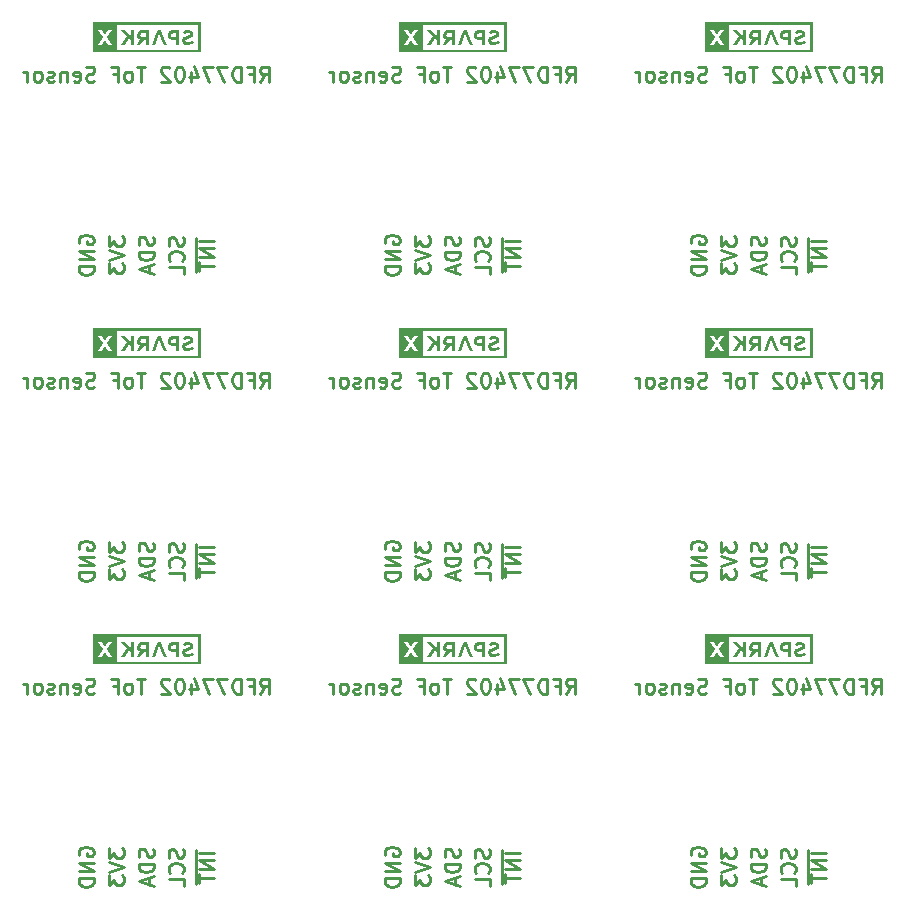
<source format=gbo>
G04 #@! TF.FileFunction,Legend,Bot*
%FSLAX46Y46*%
G04 Gerber Fmt 4.6, Leading zero omitted, Abs format (unit mm)*
G04 Created by KiCad (PCBNEW 4.0.6) date 12/12/17 15:17:50*
%MOMM*%
%LPD*%
G01*
G04 APERTURE LIST*
%ADD10C,0.100000*%
%ADD11C,0.254000*%
G04 APERTURE END LIST*
D10*
D11*
X211261476Y-149545524D02*
X211684809Y-148940762D01*
X211987190Y-149545524D02*
X211987190Y-148275524D01*
X211503381Y-148275524D01*
X211382428Y-148336000D01*
X211321952Y-148396476D01*
X211261476Y-148517429D01*
X211261476Y-148698857D01*
X211321952Y-148819810D01*
X211382428Y-148880286D01*
X211503381Y-148940762D01*
X211987190Y-148940762D01*
X210293857Y-148880286D02*
X210717190Y-148880286D01*
X210717190Y-149545524D02*
X210717190Y-148275524D01*
X210112428Y-148275524D01*
X209628619Y-149545524D02*
X209628619Y-148275524D01*
X209326238Y-148275524D01*
X209144810Y-148336000D01*
X209023857Y-148456952D01*
X208963381Y-148577905D01*
X208902905Y-148819810D01*
X208902905Y-149001238D01*
X208963381Y-149243143D01*
X209023857Y-149364095D01*
X209144810Y-149485048D01*
X209326238Y-149545524D01*
X209628619Y-149545524D01*
X208479571Y-148275524D02*
X207632905Y-148275524D01*
X208177190Y-149545524D01*
X207270047Y-148275524D02*
X206423381Y-148275524D01*
X206967666Y-149545524D01*
X205395285Y-148698857D02*
X205395285Y-149545524D01*
X205697666Y-148215048D02*
X206000047Y-149122190D01*
X205213857Y-149122190D01*
X204488142Y-148275524D02*
X204367190Y-148275524D01*
X204246238Y-148336000D01*
X204185761Y-148396476D01*
X204125285Y-148517429D01*
X204064809Y-148759333D01*
X204064809Y-149061714D01*
X204125285Y-149303619D01*
X204185761Y-149424571D01*
X204246238Y-149485048D01*
X204367190Y-149545524D01*
X204488142Y-149545524D01*
X204609095Y-149485048D01*
X204669571Y-149424571D01*
X204730047Y-149303619D01*
X204790523Y-149061714D01*
X204790523Y-148759333D01*
X204730047Y-148517429D01*
X204669571Y-148396476D01*
X204609095Y-148336000D01*
X204488142Y-148275524D01*
X203580999Y-148396476D02*
X203520523Y-148336000D01*
X203399571Y-148275524D01*
X203097190Y-148275524D01*
X202976237Y-148336000D01*
X202915761Y-148396476D01*
X202855285Y-148517429D01*
X202855285Y-148638381D01*
X202915761Y-148819810D01*
X203641475Y-149545524D01*
X202855285Y-149545524D01*
X201524809Y-148275524D02*
X200799094Y-148275524D01*
X201161951Y-149545524D02*
X201161951Y-148275524D01*
X200194332Y-149545524D02*
X200315285Y-149485048D01*
X200375761Y-149424571D01*
X200436237Y-149303619D01*
X200436237Y-148940762D01*
X200375761Y-148819810D01*
X200315285Y-148759333D01*
X200194332Y-148698857D01*
X200012904Y-148698857D01*
X199891952Y-148759333D01*
X199831475Y-148819810D01*
X199770999Y-148940762D01*
X199770999Y-149303619D01*
X199831475Y-149424571D01*
X199891952Y-149485048D01*
X200012904Y-149545524D01*
X200194332Y-149545524D01*
X198803380Y-148880286D02*
X199226713Y-148880286D01*
X199226713Y-149545524D02*
X199226713Y-148275524D01*
X198621951Y-148275524D01*
X197230999Y-149485048D02*
X197049571Y-149545524D01*
X196747190Y-149545524D01*
X196626237Y-149485048D01*
X196565761Y-149424571D01*
X196505285Y-149303619D01*
X196505285Y-149182667D01*
X196565761Y-149061714D01*
X196626237Y-149001238D01*
X196747190Y-148940762D01*
X196989094Y-148880286D01*
X197110047Y-148819810D01*
X197170523Y-148759333D01*
X197230999Y-148638381D01*
X197230999Y-148517429D01*
X197170523Y-148396476D01*
X197110047Y-148336000D01*
X196989094Y-148275524D01*
X196686714Y-148275524D01*
X196505285Y-148336000D01*
X195477190Y-149485048D02*
X195598142Y-149545524D01*
X195840047Y-149545524D01*
X195960999Y-149485048D01*
X196021475Y-149364095D01*
X196021475Y-148880286D01*
X195960999Y-148759333D01*
X195840047Y-148698857D01*
X195598142Y-148698857D01*
X195477190Y-148759333D01*
X195416713Y-148880286D01*
X195416713Y-149001238D01*
X196021475Y-149122190D01*
X194872428Y-148698857D02*
X194872428Y-149545524D01*
X194872428Y-148819810D02*
X194811952Y-148759333D01*
X194690999Y-148698857D01*
X194509571Y-148698857D01*
X194388619Y-148759333D01*
X194328142Y-148880286D01*
X194328142Y-149545524D01*
X193783856Y-149485048D02*
X193662904Y-149545524D01*
X193420999Y-149545524D01*
X193300047Y-149485048D01*
X193239571Y-149364095D01*
X193239571Y-149303619D01*
X193300047Y-149182667D01*
X193420999Y-149122190D01*
X193602428Y-149122190D01*
X193723380Y-149061714D01*
X193783856Y-148940762D01*
X193783856Y-148880286D01*
X193723380Y-148759333D01*
X193602428Y-148698857D01*
X193420999Y-148698857D01*
X193300047Y-148759333D01*
X192513856Y-149545524D02*
X192634809Y-149485048D01*
X192695285Y-149424571D01*
X192755761Y-149303619D01*
X192755761Y-148940762D01*
X192695285Y-148819810D01*
X192634809Y-148759333D01*
X192513856Y-148698857D01*
X192332428Y-148698857D01*
X192211476Y-148759333D01*
X192150999Y-148819810D01*
X192090523Y-148940762D01*
X192090523Y-149303619D01*
X192150999Y-149424571D01*
X192211476Y-149485048D01*
X192332428Y-149545524D01*
X192513856Y-149545524D01*
X191546237Y-149545524D02*
X191546237Y-148698857D01*
X191546237Y-148940762D02*
X191485761Y-148819810D01*
X191425285Y-148759333D01*
X191304332Y-148698857D01*
X191183380Y-148698857D01*
X185353476Y-149545524D02*
X185776809Y-148940762D01*
X186079190Y-149545524D02*
X186079190Y-148275524D01*
X185595381Y-148275524D01*
X185474428Y-148336000D01*
X185413952Y-148396476D01*
X185353476Y-148517429D01*
X185353476Y-148698857D01*
X185413952Y-148819810D01*
X185474428Y-148880286D01*
X185595381Y-148940762D01*
X186079190Y-148940762D01*
X184385857Y-148880286D02*
X184809190Y-148880286D01*
X184809190Y-149545524D02*
X184809190Y-148275524D01*
X184204428Y-148275524D01*
X183720619Y-149545524D02*
X183720619Y-148275524D01*
X183418238Y-148275524D01*
X183236810Y-148336000D01*
X183115857Y-148456952D01*
X183055381Y-148577905D01*
X182994905Y-148819810D01*
X182994905Y-149001238D01*
X183055381Y-149243143D01*
X183115857Y-149364095D01*
X183236810Y-149485048D01*
X183418238Y-149545524D01*
X183720619Y-149545524D01*
X182571571Y-148275524D02*
X181724905Y-148275524D01*
X182269190Y-149545524D01*
X181362047Y-148275524D02*
X180515381Y-148275524D01*
X181059666Y-149545524D01*
X179487285Y-148698857D02*
X179487285Y-149545524D01*
X179789666Y-148215048D02*
X180092047Y-149122190D01*
X179305857Y-149122190D01*
X178580142Y-148275524D02*
X178459190Y-148275524D01*
X178338238Y-148336000D01*
X178277761Y-148396476D01*
X178217285Y-148517429D01*
X178156809Y-148759333D01*
X178156809Y-149061714D01*
X178217285Y-149303619D01*
X178277761Y-149424571D01*
X178338238Y-149485048D01*
X178459190Y-149545524D01*
X178580142Y-149545524D01*
X178701095Y-149485048D01*
X178761571Y-149424571D01*
X178822047Y-149303619D01*
X178882523Y-149061714D01*
X178882523Y-148759333D01*
X178822047Y-148517429D01*
X178761571Y-148396476D01*
X178701095Y-148336000D01*
X178580142Y-148275524D01*
X177672999Y-148396476D02*
X177612523Y-148336000D01*
X177491571Y-148275524D01*
X177189190Y-148275524D01*
X177068237Y-148336000D01*
X177007761Y-148396476D01*
X176947285Y-148517429D01*
X176947285Y-148638381D01*
X177007761Y-148819810D01*
X177733475Y-149545524D01*
X176947285Y-149545524D01*
X175616809Y-148275524D02*
X174891094Y-148275524D01*
X175253951Y-149545524D02*
X175253951Y-148275524D01*
X174286332Y-149545524D02*
X174407285Y-149485048D01*
X174467761Y-149424571D01*
X174528237Y-149303619D01*
X174528237Y-148940762D01*
X174467761Y-148819810D01*
X174407285Y-148759333D01*
X174286332Y-148698857D01*
X174104904Y-148698857D01*
X173983952Y-148759333D01*
X173923475Y-148819810D01*
X173862999Y-148940762D01*
X173862999Y-149303619D01*
X173923475Y-149424571D01*
X173983952Y-149485048D01*
X174104904Y-149545524D01*
X174286332Y-149545524D01*
X172895380Y-148880286D02*
X173318713Y-148880286D01*
X173318713Y-149545524D02*
X173318713Y-148275524D01*
X172713951Y-148275524D01*
X171322999Y-149485048D02*
X171141571Y-149545524D01*
X170839190Y-149545524D01*
X170718237Y-149485048D01*
X170657761Y-149424571D01*
X170597285Y-149303619D01*
X170597285Y-149182667D01*
X170657761Y-149061714D01*
X170718237Y-149001238D01*
X170839190Y-148940762D01*
X171081094Y-148880286D01*
X171202047Y-148819810D01*
X171262523Y-148759333D01*
X171322999Y-148638381D01*
X171322999Y-148517429D01*
X171262523Y-148396476D01*
X171202047Y-148336000D01*
X171081094Y-148275524D01*
X170778714Y-148275524D01*
X170597285Y-148336000D01*
X169569190Y-149485048D02*
X169690142Y-149545524D01*
X169932047Y-149545524D01*
X170052999Y-149485048D01*
X170113475Y-149364095D01*
X170113475Y-148880286D01*
X170052999Y-148759333D01*
X169932047Y-148698857D01*
X169690142Y-148698857D01*
X169569190Y-148759333D01*
X169508713Y-148880286D01*
X169508713Y-149001238D01*
X170113475Y-149122190D01*
X168964428Y-148698857D02*
X168964428Y-149545524D01*
X168964428Y-148819810D02*
X168903952Y-148759333D01*
X168782999Y-148698857D01*
X168601571Y-148698857D01*
X168480619Y-148759333D01*
X168420142Y-148880286D01*
X168420142Y-149545524D01*
X167875856Y-149485048D02*
X167754904Y-149545524D01*
X167512999Y-149545524D01*
X167392047Y-149485048D01*
X167331571Y-149364095D01*
X167331571Y-149303619D01*
X167392047Y-149182667D01*
X167512999Y-149122190D01*
X167694428Y-149122190D01*
X167815380Y-149061714D01*
X167875856Y-148940762D01*
X167875856Y-148880286D01*
X167815380Y-148759333D01*
X167694428Y-148698857D01*
X167512999Y-148698857D01*
X167392047Y-148759333D01*
X166605856Y-149545524D02*
X166726809Y-149485048D01*
X166787285Y-149424571D01*
X166847761Y-149303619D01*
X166847761Y-148940762D01*
X166787285Y-148819810D01*
X166726809Y-148759333D01*
X166605856Y-148698857D01*
X166424428Y-148698857D01*
X166303476Y-148759333D01*
X166242999Y-148819810D01*
X166182523Y-148940762D01*
X166182523Y-149303619D01*
X166242999Y-149424571D01*
X166303476Y-149485048D01*
X166424428Y-149545524D01*
X166605856Y-149545524D01*
X165638237Y-149545524D02*
X165638237Y-148698857D01*
X165638237Y-148940762D02*
X165577761Y-148819810D01*
X165517285Y-148759333D01*
X165396332Y-148698857D01*
X165275380Y-148698857D01*
X159445476Y-149545524D02*
X159868809Y-148940762D01*
X160171190Y-149545524D02*
X160171190Y-148275524D01*
X159687381Y-148275524D01*
X159566428Y-148336000D01*
X159505952Y-148396476D01*
X159445476Y-148517429D01*
X159445476Y-148698857D01*
X159505952Y-148819810D01*
X159566428Y-148880286D01*
X159687381Y-148940762D01*
X160171190Y-148940762D01*
X158477857Y-148880286D02*
X158901190Y-148880286D01*
X158901190Y-149545524D02*
X158901190Y-148275524D01*
X158296428Y-148275524D01*
X157812619Y-149545524D02*
X157812619Y-148275524D01*
X157510238Y-148275524D01*
X157328810Y-148336000D01*
X157207857Y-148456952D01*
X157147381Y-148577905D01*
X157086905Y-148819810D01*
X157086905Y-149001238D01*
X157147381Y-149243143D01*
X157207857Y-149364095D01*
X157328810Y-149485048D01*
X157510238Y-149545524D01*
X157812619Y-149545524D01*
X156663571Y-148275524D02*
X155816905Y-148275524D01*
X156361190Y-149545524D01*
X155454047Y-148275524D02*
X154607381Y-148275524D01*
X155151666Y-149545524D01*
X153579285Y-148698857D02*
X153579285Y-149545524D01*
X153881666Y-148215048D02*
X154184047Y-149122190D01*
X153397857Y-149122190D01*
X152672142Y-148275524D02*
X152551190Y-148275524D01*
X152430238Y-148336000D01*
X152369761Y-148396476D01*
X152309285Y-148517429D01*
X152248809Y-148759333D01*
X152248809Y-149061714D01*
X152309285Y-149303619D01*
X152369761Y-149424571D01*
X152430238Y-149485048D01*
X152551190Y-149545524D01*
X152672142Y-149545524D01*
X152793095Y-149485048D01*
X152853571Y-149424571D01*
X152914047Y-149303619D01*
X152974523Y-149061714D01*
X152974523Y-148759333D01*
X152914047Y-148517429D01*
X152853571Y-148396476D01*
X152793095Y-148336000D01*
X152672142Y-148275524D01*
X151764999Y-148396476D02*
X151704523Y-148336000D01*
X151583571Y-148275524D01*
X151281190Y-148275524D01*
X151160237Y-148336000D01*
X151099761Y-148396476D01*
X151039285Y-148517429D01*
X151039285Y-148638381D01*
X151099761Y-148819810D01*
X151825475Y-149545524D01*
X151039285Y-149545524D01*
X149708809Y-148275524D02*
X148983094Y-148275524D01*
X149345951Y-149545524D02*
X149345951Y-148275524D01*
X148378332Y-149545524D02*
X148499285Y-149485048D01*
X148559761Y-149424571D01*
X148620237Y-149303619D01*
X148620237Y-148940762D01*
X148559761Y-148819810D01*
X148499285Y-148759333D01*
X148378332Y-148698857D01*
X148196904Y-148698857D01*
X148075952Y-148759333D01*
X148015475Y-148819810D01*
X147954999Y-148940762D01*
X147954999Y-149303619D01*
X148015475Y-149424571D01*
X148075952Y-149485048D01*
X148196904Y-149545524D01*
X148378332Y-149545524D01*
X146987380Y-148880286D02*
X147410713Y-148880286D01*
X147410713Y-149545524D02*
X147410713Y-148275524D01*
X146805951Y-148275524D01*
X145414999Y-149485048D02*
X145233571Y-149545524D01*
X144931190Y-149545524D01*
X144810237Y-149485048D01*
X144749761Y-149424571D01*
X144689285Y-149303619D01*
X144689285Y-149182667D01*
X144749761Y-149061714D01*
X144810237Y-149001238D01*
X144931190Y-148940762D01*
X145173094Y-148880286D01*
X145294047Y-148819810D01*
X145354523Y-148759333D01*
X145414999Y-148638381D01*
X145414999Y-148517429D01*
X145354523Y-148396476D01*
X145294047Y-148336000D01*
X145173094Y-148275524D01*
X144870714Y-148275524D01*
X144689285Y-148336000D01*
X143661190Y-149485048D02*
X143782142Y-149545524D01*
X144024047Y-149545524D01*
X144144999Y-149485048D01*
X144205475Y-149364095D01*
X144205475Y-148880286D01*
X144144999Y-148759333D01*
X144024047Y-148698857D01*
X143782142Y-148698857D01*
X143661190Y-148759333D01*
X143600713Y-148880286D01*
X143600713Y-149001238D01*
X144205475Y-149122190D01*
X143056428Y-148698857D02*
X143056428Y-149545524D01*
X143056428Y-148819810D02*
X142995952Y-148759333D01*
X142874999Y-148698857D01*
X142693571Y-148698857D01*
X142572619Y-148759333D01*
X142512142Y-148880286D01*
X142512142Y-149545524D01*
X141967856Y-149485048D02*
X141846904Y-149545524D01*
X141604999Y-149545524D01*
X141484047Y-149485048D01*
X141423571Y-149364095D01*
X141423571Y-149303619D01*
X141484047Y-149182667D01*
X141604999Y-149122190D01*
X141786428Y-149122190D01*
X141907380Y-149061714D01*
X141967856Y-148940762D01*
X141967856Y-148880286D01*
X141907380Y-148759333D01*
X141786428Y-148698857D01*
X141604999Y-148698857D01*
X141484047Y-148759333D01*
X140697856Y-149545524D02*
X140818809Y-149485048D01*
X140879285Y-149424571D01*
X140939761Y-149303619D01*
X140939761Y-148940762D01*
X140879285Y-148819810D01*
X140818809Y-148759333D01*
X140697856Y-148698857D01*
X140516428Y-148698857D01*
X140395476Y-148759333D01*
X140334999Y-148819810D01*
X140274523Y-148940762D01*
X140274523Y-149303619D01*
X140334999Y-149424571D01*
X140395476Y-149485048D01*
X140516428Y-149545524D01*
X140697856Y-149545524D01*
X139730237Y-149545524D02*
X139730237Y-148698857D01*
X139730237Y-148940762D02*
X139669761Y-148819810D01*
X139609285Y-148759333D01*
X139488332Y-148698857D01*
X139367380Y-148698857D01*
X211261476Y-123637524D02*
X211684809Y-123032762D01*
X211987190Y-123637524D02*
X211987190Y-122367524D01*
X211503381Y-122367524D01*
X211382428Y-122428000D01*
X211321952Y-122488476D01*
X211261476Y-122609429D01*
X211261476Y-122790857D01*
X211321952Y-122911810D01*
X211382428Y-122972286D01*
X211503381Y-123032762D01*
X211987190Y-123032762D01*
X210293857Y-122972286D02*
X210717190Y-122972286D01*
X210717190Y-123637524D02*
X210717190Y-122367524D01*
X210112428Y-122367524D01*
X209628619Y-123637524D02*
X209628619Y-122367524D01*
X209326238Y-122367524D01*
X209144810Y-122428000D01*
X209023857Y-122548952D01*
X208963381Y-122669905D01*
X208902905Y-122911810D01*
X208902905Y-123093238D01*
X208963381Y-123335143D01*
X209023857Y-123456095D01*
X209144810Y-123577048D01*
X209326238Y-123637524D01*
X209628619Y-123637524D01*
X208479571Y-122367524D02*
X207632905Y-122367524D01*
X208177190Y-123637524D01*
X207270047Y-122367524D02*
X206423381Y-122367524D01*
X206967666Y-123637524D01*
X205395285Y-122790857D02*
X205395285Y-123637524D01*
X205697666Y-122307048D02*
X206000047Y-123214190D01*
X205213857Y-123214190D01*
X204488142Y-122367524D02*
X204367190Y-122367524D01*
X204246238Y-122428000D01*
X204185761Y-122488476D01*
X204125285Y-122609429D01*
X204064809Y-122851333D01*
X204064809Y-123153714D01*
X204125285Y-123395619D01*
X204185761Y-123516571D01*
X204246238Y-123577048D01*
X204367190Y-123637524D01*
X204488142Y-123637524D01*
X204609095Y-123577048D01*
X204669571Y-123516571D01*
X204730047Y-123395619D01*
X204790523Y-123153714D01*
X204790523Y-122851333D01*
X204730047Y-122609429D01*
X204669571Y-122488476D01*
X204609095Y-122428000D01*
X204488142Y-122367524D01*
X203580999Y-122488476D02*
X203520523Y-122428000D01*
X203399571Y-122367524D01*
X203097190Y-122367524D01*
X202976237Y-122428000D01*
X202915761Y-122488476D01*
X202855285Y-122609429D01*
X202855285Y-122730381D01*
X202915761Y-122911810D01*
X203641475Y-123637524D01*
X202855285Y-123637524D01*
X201524809Y-122367524D02*
X200799094Y-122367524D01*
X201161951Y-123637524D02*
X201161951Y-122367524D01*
X200194332Y-123637524D02*
X200315285Y-123577048D01*
X200375761Y-123516571D01*
X200436237Y-123395619D01*
X200436237Y-123032762D01*
X200375761Y-122911810D01*
X200315285Y-122851333D01*
X200194332Y-122790857D01*
X200012904Y-122790857D01*
X199891952Y-122851333D01*
X199831475Y-122911810D01*
X199770999Y-123032762D01*
X199770999Y-123395619D01*
X199831475Y-123516571D01*
X199891952Y-123577048D01*
X200012904Y-123637524D01*
X200194332Y-123637524D01*
X198803380Y-122972286D02*
X199226713Y-122972286D01*
X199226713Y-123637524D02*
X199226713Y-122367524D01*
X198621951Y-122367524D01*
X197230999Y-123577048D02*
X197049571Y-123637524D01*
X196747190Y-123637524D01*
X196626237Y-123577048D01*
X196565761Y-123516571D01*
X196505285Y-123395619D01*
X196505285Y-123274667D01*
X196565761Y-123153714D01*
X196626237Y-123093238D01*
X196747190Y-123032762D01*
X196989094Y-122972286D01*
X197110047Y-122911810D01*
X197170523Y-122851333D01*
X197230999Y-122730381D01*
X197230999Y-122609429D01*
X197170523Y-122488476D01*
X197110047Y-122428000D01*
X196989094Y-122367524D01*
X196686714Y-122367524D01*
X196505285Y-122428000D01*
X195477190Y-123577048D02*
X195598142Y-123637524D01*
X195840047Y-123637524D01*
X195960999Y-123577048D01*
X196021475Y-123456095D01*
X196021475Y-122972286D01*
X195960999Y-122851333D01*
X195840047Y-122790857D01*
X195598142Y-122790857D01*
X195477190Y-122851333D01*
X195416713Y-122972286D01*
X195416713Y-123093238D01*
X196021475Y-123214190D01*
X194872428Y-122790857D02*
X194872428Y-123637524D01*
X194872428Y-122911810D02*
X194811952Y-122851333D01*
X194690999Y-122790857D01*
X194509571Y-122790857D01*
X194388619Y-122851333D01*
X194328142Y-122972286D01*
X194328142Y-123637524D01*
X193783856Y-123577048D02*
X193662904Y-123637524D01*
X193420999Y-123637524D01*
X193300047Y-123577048D01*
X193239571Y-123456095D01*
X193239571Y-123395619D01*
X193300047Y-123274667D01*
X193420999Y-123214190D01*
X193602428Y-123214190D01*
X193723380Y-123153714D01*
X193783856Y-123032762D01*
X193783856Y-122972286D01*
X193723380Y-122851333D01*
X193602428Y-122790857D01*
X193420999Y-122790857D01*
X193300047Y-122851333D01*
X192513856Y-123637524D02*
X192634809Y-123577048D01*
X192695285Y-123516571D01*
X192755761Y-123395619D01*
X192755761Y-123032762D01*
X192695285Y-122911810D01*
X192634809Y-122851333D01*
X192513856Y-122790857D01*
X192332428Y-122790857D01*
X192211476Y-122851333D01*
X192150999Y-122911810D01*
X192090523Y-123032762D01*
X192090523Y-123395619D01*
X192150999Y-123516571D01*
X192211476Y-123577048D01*
X192332428Y-123637524D01*
X192513856Y-123637524D01*
X191546237Y-123637524D02*
X191546237Y-122790857D01*
X191546237Y-123032762D02*
X191485761Y-122911810D01*
X191425285Y-122851333D01*
X191304332Y-122790857D01*
X191183380Y-122790857D01*
X185353476Y-123637524D02*
X185776809Y-123032762D01*
X186079190Y-123637524D02*
X186079190Y-122367524D01*
X185595381Y-122367524D01*
X185474428Y-122428000D01*
X185413952Y-122488476D01*
X185353476Y-122609429D01*
X185353476Y-122790857D01*
X185413952Y-122911810D01*
X185474428Y-122972286D01*
X185595381Y-123032762D01*
X186079190Y-123032762D01*
X184385857Y-122972286D02*
X184809190Y-122972286D01*
X184809190Y-123637524D02*
X184809190Y-122367524D01*
X184204428Y-122367524D01*
X183720619Y-123637524D02*
X183720619Y-122367524D01*
X183418238Y-122367524D01*
X183236810Y-122428000D01*
X183115857Y-122548952D01*
X183055381Y-122669905D01*
X182994905Y-122911810D01*
X182994905Y-123093238D01*
X183055381Y-123335143D01*
X183115857Y-123456095D01*
X183236810Y-123577048D01*
X183418238Y-123637524D01*
X183720619Y-123637524D01*
X182571571Y-122367524D02*
X181724905Y-122367524D01*
X182269190Y-123637524D01*
X181362047Y-122367524D02*
X180515381Y-122367524D01*
X181059666Y-123637524D01*
X179487285Y-122790857D02*
X179487285Y-123637524D01*
X179789666Y-122307048D02*
X180092047Y-123214190D01*
X179305857Y-123214190D01*
X178580142Y-122367524D02*
X178459190Y-122367524D01*
X178338238Y-122428000D01*
X178277761Y-122488476D01*
X178217285Y-122609429D01*
X178156809Y-122851333D01*
X178156809Y-123153714D01*
X178217285Y-123395619D01*
X178277761Y-123516571D01*
X178338238Y-123577048D01*
X178459190Y-123637524D01*
X178580142Y-123637524D01*
X178701095Y-123577048D01*
X178761571Y-123516571D01*
X178822047Y-123395619D01*
X178882523Y-123153714D01*
X178882523Y-122851333D01*
X178822047Y-122609429D01*
X178761571Y-122488476D01*
X178701095Y-122428000D01*
X178580142Y-122367524D01*
X177672999Y-122488476D02*
X177612523Y-122428000D01*
X177491571Y-122367524D01*
X177189190Y-122367524D01*
X177068237Y-122428000D01*
X177007761Y-122488476D01*
X176947285Y-122609429D01*
X176947285Y-122730381D01*
X177007761Y-122911810D01*
X177733475Y-123637524D01*
X176947285Y-123637524D01*
X175616809Y-122367524D02*
X174891094Y-122367524D01*
X175253951Y-123637524D02*
X175253951Y-122367524D01*
X174286332Y-123637524D02*
X174407285Y-123577048D01*
X174467761Y-123516571D01*
X174528237Y-123395619D01*
X174528237Y-123032762D01*
X174467761Y-122911810D01*
X174407285Y-122851333D01*
X174286332Y-122790857D01*
X174104904Y-122790857D01*
X173983952Y-122851333D01*
X173923475Y-122911810D01*
X173862999Y-123032762D01*
X173862999Y-123395619D01*
X173923475Y-123516571D01*
X173983952Y-123577048D01*
X174104904Y-123637524D01*
X174286332Y-123637524D01*
X172895380Y-122972286D02*
X173318713Y-122972286D01*
X173318713Y-123637524D02*
X173318713Y-122367524D01*
X172713951Y-122367524D01*
X171322999Y-123577048D02*
X171141571Y-123637524D01*
X170839190Y-123637524D01*
X170718237Y-123577048D01*
X170657761Y-123516571D01*
X170597285Y-123395619D01*
X170597285Y-123274667D01*
X170657761Y-123153714D01*
X170718237Y-123093238D01*
X170839190Y-123032762D01*
X171081094Y-122972286D01*
X171202047Y-122911810D01*
X171262523Y-122851333D01*
X171322999Y-122730381D01*
X171322999Y-122609429D01*
X171262523Y-122488476D01*
X171202047Y-122428000D01*
X171081094Y-122367524D01*
X170778714Y-122367524D01*
X170597285Y-122428000D01*
X169569190Y-123577048D02*
X169690142Y-123637524D01*
X169932047Y-123637524D01*
X170052999Y-123577048D01*
X170113475Y-123456095D01*
X170113475Y-122972286D01*
X170052999Y-122851333D01*
X169932047Y-122790857D01*
X169690142Y-122790857D01*
X169569190Y-122851333D01*
X169508713Y-122972286D01*
X169508713Y-123093238D01*
X170113475Y-123214190D01*
X168964428Y-122790857D02*
X168964428Y-123637524D01*
X168964428Y-122911810D02*
X168903952Y-122851333D01*
X168782999Y-122790857D01*
X168601571Y-122790857D01*
X168480619Y-122851333D01*
X168420142Y-122972286D01*
X168420142Y-123637524D01*
X167875856Y-123577048D02*
X167754904Y-123637524D01*
X167512999Y-123637524D01*
X167392047Y-123577048D01*
X167331571Y-123456095D01*
X167331571Y-123395619D01*
X167392047Y-123274667D01*
X167512999Y-123214190D01*
X167694428Y-123214190D01*
X167815380Y-123153714D01*
X167875856Y-123032762D01*
X167875856Y-122972286D01*
X167815380Y-122851333D01*
X167694428Y-122790857D01*
X167512999Y-122790857D01*
X167392047Y-122851333D01*
X166605856Y-123637524D02*
X166726809Y-123577048D01*
X166787285Y-123516571D01*
X166847761Y-123395619D01*
X166847761Y-123032762D01*
X166787285Y-122911810D01*
X166726809Y-122851333D01*
X166605856Y-122790857D01*
X166424428Y-122790857D01*
X166303476Y-122851333D01*
X166242999Y-122911810D01*
X166182523Y-123032762D01*
X166182523Y-123395619D01*
X166242999Y-123516571D01*
X166303476Y-123577048D01*
X166424428Y-123637524D01*
X166605856Y-123637524D01*
X165638237Y-123637524D02*
X165638237Y-122790857D01*
X165638237Y-123032762D02*
X165577761Y-122911810D01*
X165517285Y-122851333D01*
X165396332Y-122790857D01*
X165275380Y-122790857D01*
X159445476Y-123637524D02*
X159868809Y-123032762D01*
X160171190Y-123637524D02*
X160171190Y-122367524D01*
X159687381Y-122367524D01*
X159566428Y-122428000D01*
X159505952Y-122488476D01*
X159445476Y-122609429D01*
X159445476Y-122790857D01*
X159505952Y-122911810D01*
X159566428Y-122972286D01*
X159687381Y-123032762D01*
X160171190Y-123032762D01*
X158477857Y-122972286D02*
X158901190Y-122972286D01*
X158901190Y-123637524D02*
X158901190Y-122367524D01*
X158296428Y-122367524D01*
X157812619Y-123637524D02*
X157812619Y-122367524D01*
X157510238Y-122367524D01*
X157328810Y-122428000D01*
X157207857Y-122548952D01*
X157147381Y-122669905D01*
X157086905Y-122911810D01*
X157086905Y-123093238D01*
X157147381Y-123335143D01*
X157207857Y-123456095D01*
X157328810Y-123577048D01*
X157510238Y-123637524D01*
X157812619Y-123637524D01*
X156663571Y-122367524D02*
X155816905Y-122367524D01*
X156361190Y-123637524D01*
X155454047Y-122367524D02*
X154607381Y-122367524D01*
X155151666Y-123637524D01*
X153579285Y-122790857D02*
X153579285Y-123637524D01*
X153881666Y-122307048D02*
X154184047Y-123214190D01*
X153397857Y-123214190D01*
X152672142Y-122367524D02*
X152551190Y-122367524D01*
X152430238Y-122428000D01*
X152369761Y-122488476D01*
X152309285Y-122609429D01*
X152248809Y-122851333D01*
X152248809Y-123153714D01*
X152309285Y-123395619D01*
X152369761Y-123516571D01*
X152430238Y-123577048D01*
X152551190Y-123637524D01*
X152672142Y-123637524D01*
X152793095Y-123577048D01*
X152853571Y-123516571D01*
X152914047Y-123395619D01*
X152974523Y-123153714D01*
X152974523Y-122851333D01*
X152914047Y-122609429D01*
X152853571Y-122488476D01*
X152793095Y-122428000D01*
X152672142Y-122367524D01*
X151764999Y-122488476D02*
X151704523Y-122428000D01*
X151583571Y-122367524D01*
X151281190Y-122367524D01*
X151160237Y-122428000D01*
X151099761Y-122488476D01*
X151039285Y-122609429D01*
X151039285Y-122730381D01*
X151099761Y-122911810D01*
X151825475Y-123637524D01*
X151039285Y-123637524D01*
X149708809Y-122367524D02*
X148983094Y-122367524D01*
X149345951Y-123637524D02*
X149345951Y-122367524D01*
X148378332Y-123637524D02*
X148499285Y-123577048D01*
X148559761Y-123516571D01*
X148620237Y-123395619D01*
X148620237Y-123032762D01*
X148559761Y-122911810D01*
X148499285Y-122851333D01*
X148378332Y-122790857D01*
X148196904Y-122790857D01*
X148075952Y-122851333D01*
X148015475Y-122911810D01*
X147954999Y-123032762D01*
X147954999Y-123395619D01*
X148015475Y-123516571D01*
X148075952Y-123577048D01*
X148196904Y-123637524D01*
X148378332Y-123637524D01*
X146987380Y-122972286D02*
X147410713Y-122972286D01*
X147410713Y-123637524D02*
X147410713Y-122367524D01*
X146805951Y-122367524D01*
X145414999Y-123577048D02*
X145233571Y-123637524D01*
X144931190Y-123637524D01*
X144810237Y-123577048D01*
X144749761Y-123516571D01*
X144689285Y-123395619D01*
X144689285Y-123274667D01*
X144749761Y-123153714D01*
X144810237Y-123093238D01*
X144931190Y-123032762D01*
X145173094Y-122972286D01*
X145294047Y-122911810D01*
X145354523Y-122851333D01*
X145414999Y-122730381D01*
X145414999Y-122609429D01*
X145354523Y-122488476D01*
X145294047Y-122428000D01*
X145173094Y-122367524D01*
X144870714Y-122367524D01*
X144689285Y-122428000D01*
X143661190Y-123577048D02*
X143782142Y-123637524D01*
X144024047Y-123637524D01*
X144144999Y-123577048D01*
X144205475Y-123456095D01*
X144205475Y-122972286D01*
X144144999Y-122851333D01*
X144024047Y-122790857D01*
X143782142Y-122790857D01*
X143661190Y-122851333D01*
X143600713Y-122972286D01*
X143600713Y-123093238D01*
X144205475Y-123214190D01*
X143056428Y-122790857D02*
X143056428Y-123637524D01*
X143056428Y-122911810D02*
X142995952Y-122851333D01*
X142874999Y-122790857D01*
X142693571Y-122790857D01*
X142572619Y-122851333D01*
X142512142Y-122972286D01*
X142512142Y-123637524D01*
X141967856Y-123577048D02*
X141846904Y-123637524D01*
X141604999Y-123637524D01*
X141484047Y-123577048D01*
X141423571Y-123456095D01*
X141423571Y-123395619D01*
X141484047Y-123274667D01*
X141604999Y-123214190D01*
X141786428Y-123214190D01*
X141907380Y-123153714D01*
X141967856Y-123032762D01*
X141967856Y-122972286D01*
X141907380Y-122851333D01*
X141786428Y-122790857D01*
X141604999Y-122790857D01*
X141484047Y-122851333D01*
X140697856Y-123637524D02*
X140818809Y-123577048D01*
X140879285Y-123516571D01*
X140939761Y-123395619D01*
X140939761Y-123032762D01*
X140879285Y-122911810D01*
X140818809Y-122851333D01*
X140697856Y-122790857D01*
X140516428Y-122790857D01*
X140395476Y-122851333D01*
X140334999Y-122911810D01*
X140274523Y-123032762D01*
X140274523Y-123395619D01*
X140334999Y-123516571D01*
X140395476Y-123577048D01*
X140516428Y-123637524D01*
X140697856Y-123637524D01*
X139730237Y-123637524D02*
X139730237Y-122790857D01*
X139730237Y-123032762D02*
X139669761Y-122911810D01*
X139609285Y-122851333D01*
X139488332Y-122790857D01*
X139367380Y-122790857D01*
X211261476Y-97729524D02*
X211684809Y-97124762D01*
X211987190Y-97729524D02*
X211987190Y-96459524D01*
X211503381Y-96459524D01*
X211382428Y-96520000D01*
X211321952Y-96580476D01*
X211261476Y-96701429D01*
X211261476Y-96882857D01*
X211321952Y-97003810D01*
X211382428Y-97064286D01*
X211503381Y-97124762D01*
X211987190Y-97124762D01*
X210293857Y-97064286D02*
X210717190Y-97064286D01*
X210717190Y-97729524D02*
X210717190Y-96459524D01*
X210112428Y-96459524D01*
X209628619Y-97729524D02*
X209628619Y-96459524D01*
X209326238Y-96459524D01*
X209144810Y-96520000D01*
X209023857Y-96640952D01*
X208963381Y-96761905D01*
X208902905Y-97003810D01*
X208902905Y-97185238D01*
X208963381Y-97427143D01*
X209023857Y-97548095D01*
X209144810Y-97669048D01*
X209326238Y-97729524D01*
X209628619Y-97729524D01*
X208479571Y-96459524D02*
X207632905Y-96459524D01*
X208177190Y-97729524D01*
X207270047Y-96459524D02*
X206423381Y-96459524D01*
X206967666Y-97729524D01*
X205395285Y-96882857D02*
X205395285Y-97729524D01*
X205697666Y-96399048D02*
X206000047Y-97306190D01*
X205213857Y-97306190D01*
X204488142Y-96459524D02*
X204367190Y-96459524D01*
X204246238Y-96520000D01*
X204185761Y-96580476D01*
X204125285Y-96701429D01*
X204064809Y-96943333D01*
X204064809Y-97245714D01*
X204125285Y-97487619D01*
X204185761Y-97608571D01*
X204246238Y-97669048D01*
X204367190Y-97729524D01*
X204488142Y-97729524D01*
X204609095Y-97669048D01*
X204669571Y-97608571D01*
X204730047Y-97487619D01*
X204790523Y-97245714D01*
X204790523Y-96943333D01*
X204730047Y-96701429D01*
X204669571Y-96580476D01*
X204609095Y-96520000D01*
X204488142Y-96459524D01*
X203580999Y-96580476D02*
X203520523Y-96520000D01*
X203399571Y-96459524D01*
X203097190Y-96459524D01*
X202976237Y-96520000D01*
X202915761Y-96580476D01*
X202855285Y-96701429D01*
X202855285Y-96822381D01*
X202915761Y-97003810D01*
X203641475Y-97729524D01*
X202855285Y-97729524D01*
X201524809Y-96459524D02*
X200799094Y-96459524D01*
X201161951Y-97729524D02*
X201161951Y-96459524D01*
X200194332Y-97729524D02*
X200315285Y-97669048D01*
X200375761Y-97608571D01*
X200436237Y-97487619D01*
X200436237Y-97124762D01*
X200375761Y-97003810D01*
X200315285Y-96943333D01*
X200194332Y-96882857D01*
X200012904Y-96882857D01*
X199891952Y-96943333D01*
X199831475Y-97003810D01*
X199770999Y-97124762D01*
X199770999Y-97487619D01*
X199831475Y-97608571D01*
X199891952Y-97669048D01*
X200012904Y-97729524D01*
X200194332Y-97729524D01*
X198803380Y-97064286D02*
X199226713Y-97064286D01*
X199226713Y-97729524D02*
X199226713Y-96459524D01*
X198621951Y-96459524D01*
X197230999Y-97669048D02*
X197049571Y-97729524D01*
X196747190Y-97729524D01*
X196626237Y-97669048D01*
X196565761Y-97608571D01*
X196505285Y-97487619D01*
X196505285Y-97366667D01*
X196565761Y-97245714D01*
X196626237Y-97185238D01*
X196747190Y-97124762D01*
X196989094Y-97064286D01*
X197110047Y-97003810D01*
X197170523Y-96943333D01*
X197230999Y-96822381D01*
X197230999Y-96701429D01*
X197170523Y-96580476D01*
X197110047Y-96520000D01*
X196989094Y-96459524D01*
X196686714Y-96459524D01*
X196505285Y-96520000D01*
X195477190Y-97669048D02*
X195598142Y-97729524D01*
X195840047Y-97729524D01*
X195960999Y-97669048D01*
X196021475Y-97548095D01*
X196021475Y-97064286D01*
X195960999Y-96943333D01*
X195840047Y-96882857D01*
X195598142Y-96882857D01*
X195477190Y-96943333D01*
X195416713Y-97064286D01*
X195416713Y-97185238D01*
X196021475Y-97306190D01*
X194872428Y-96882857D02*
X194872428Y-97729524D01*
X194872428Y-97003810D02*
X194811952Y-96943333D01*
X194690999Y-96882857D01*
X194509571Y-96882857D01*
X194388619Y-96943333D01*
X194328142Y-97064286D01*
X194328142Y-97729524D01*
X193783856Y-97669048D02*
X193662904Y-97729524D01*
X193420999Y-97729524D01*
X193300047Y-97669048D01*
X193239571Y-97548095D01*
X193239571Y-97487619D01*
X193300047Y-97366667D01*
X193420999Y-97306190D01*
X193602428Y-97306190D01*
X193723380Y-97245714D01*
X193783856Y-97124762D01*
X193783856Y-97064286D01*
X193723380Y-96943333D01*
X193602428Y-96882857D01*
X193420999Y-96882857D01*
X193300047Y-96943333D01*
X192513856Y-97729524D02*
X192634809Y-97669048D01*
X192695285Y-97608571D01*
X192755761Y-97487619D01*
X192755761Y-97124762D01*
X192695285Y-97003810D01*
X192634809Y-96943333D01*
X192513856Y-96882857D01*
X192332428Y-96882857D01*
X192211476Y-96943333D01*
X192150999Y-97003810D01*
X192090523Y-97124762D01*
X192090523Y-97487619D01*
X192150999Y-97608571D01*
X192211476Y-97669048D01*
X192332428Y-97729524D01*
X192513856Y-97729524D01*
X191546237Y-97729524D02*
X191546237Y-96882857D01*
X191546237Y-97124762D02*
X191485761Y-97003810D01*
X191425285Y-96943333D01*
X191304332Y-96882857D01*
X191183380Y-96882857D01*
X185353476Y-97729524D02*
X185776809Y-97124762D01*
X186079190Y-97729524D02*
X186079190Y-96459524D01*
X185595381Y-96459524D01*
X185474428Y-96520000D01*
X185413952Y-96580476D01*
X185353476Y-96701429D01*
X185353476Y-96882857D01*
X185413952Y-97003810D01*
X185474428Y-97064286D01*
X185595381Y-97124762D01*
X186079190Y-97124762D01*
X184385857Y-97064286D02*
X184809190Y-97064286D01*
X184809190Y-97729524D02*
X184809190Y-96459524D01*
X184204428Y-96459524D01*
X183720619Y-97729524D02*
X183720619Y-96459524D01*
X183418238Y-96459524D01*
X183236810Y-96520000D01*
X183115857Y-96640952D01*
X183055381Y-96761905D01*
X182994905Y-97003810D01*
X182994905Y-97185238D01*
X183055381Y-97427143D01*
X183115857Y-97548095D01*
X183236810Y-97669048D01*
X183418238Y-97729524D01*
X183720619Y-97729524D01*
X182571571Y-96459524D02*
X181724905Y-96459524D01*
X182269190Y-97729524D01*
X181362047Y-96459524D02*
X180515381Y-96459524D01*
X181059666Y-97729524D01*
X179487285Y-96882857D02*
X179487285Y-97729524D01*
X179789666Y-96399048D02*
X180092047Y-97306190D01*
X179305857Y-97306190D01*
X178580142Y-96459524D02*
X178459190Y-96459524D01*
X178338238Y-96520000D01*
X178277761Y-96580476D01*
X178217285Y-96701429D01*
X178156809Y-96943333D01*
X178156809Y-97245714D01*
X178217285Y-97487619D01*
X178277761Y-97608571D01*
X178338238Y-97669048D01*
X178459190Y-97729524D01*
X178580142Y-97729524D01*
X178701095Y-97669048D01*
X178761571Y-97608571D01*
X178822047Y-97487619D01*
X178882523Y-97245714D01*
X178882523Y-96943333D01*
X178822047Y-96701429D01*
X178761571Y-96580476D01*
X178701095Y-96520000D01*
X178580142Y-96459524D01*
X177672999Y-96580476D02*
X177612523Y-96520000D01*
X177491571Y-96459524D01*
X177189190Y-96459524D01*
X177068237Y-96520000D01*
X177007761Y-96580476D01*
X176947285Y-96701429D01*
X176947285Y-96822381D01*
X177007761Y-97003810D01*
X177733475Y-97729524D01*
X176947285Y-97729524D01*
X175616809Y-96459524D02*
X174891094Y-96459524D01*
X175253951Y-97729524D02*
X175253951Y-96459524D01*
X174286332Y-97729524D02*
X174407285Y-97669048D01*
X174467761Y-97608571D01*
X174528237Y-97487619D01*
X174528237Y-97124762D01*
X174467761Y-97003810D01*
X174407285Y-96943333D01*
X174286332Y-96882857D01*
X174104904Y-96882857D01*
X173983952Y-96943333D01*
X173923475Y-97003810D01*
X173862999Y-97124762D01*
X173862999Y-97487619D01*
X173923475Y-97608571D01*
X173983952Y-97669048D01*
X174104904Y-97729524D01*
X174286332Y-97729524D01*
X172895380Y-97064286D02*
X173318713Y-97064286D01*
X173318713Y-97729524D02*
X173318713Y-96459524D01*
X172713951Y-96459524D01*
X171322999Y-97669048D02*
X171141571Y-97729524D01*
X170839190Y-97729524D01*
X170718237Y-97669048D01*
X170657761Y-97608571D01*
X170597285Y-97487619D01*
X170597285Y-97366667D01*
X170657761Y-97245714D01*
X170718237Y-97185238D01*
X170839190Y-97124762D01*
X171081094Y-97064286D01*
X171202047Y-97003810D01*
X171262523Y-96943333D01*
X171322999Y-96822381D01*
X171322999Y-96701429D01*
X171262523Y-96580476D01*
X171202047Y-96520000D01*
X171081094Y-96459524D01*
X170778714Y-96459524D01*
X170597285Y-96520000D01*
X169569190Y-97669048D02*
X169690142Y-97729524D01*
X169932047Y-97729524D01*
X170052999Y-97669048D01*
X170113475Y-97548095D01*
X170113475Y-97064286D01*
X170052999Y-96943333D01*
X169932047Y-96882857D01*
X169690142Y-96882857D01*
X169569190Y-96943333D01*
X169508713Y-97064286D01*
X169508713Y-97185238D01*
X170113475Y-97306190D01*
X168964428Y-96882857D02*
X168964428Y-97729524D01*
X168964428Y-97003810D02*
X168903952Y-96943333D01*
X168782999Y-96882857D01*
X168601571Y-96882857D01*
X168480619Y-96943333D01*
X168420142Y-97064286D01*
X168420142Y-97729524D01*
X167875856Y-97669048D02*
X167754904Y-97729524D01*
X167512999Y-97729524D01*
X167392047Y-97669048D01*
X167331571Y-97548095D01*
X167331571Y-97487619D01*
X167392047Y-97366667D01*
X167512999Y-97306190D01*
X167694428Y-97306190D01*
X167815380Y-97245714D01*
X167875856Y-97124762D01*
X167875856Y-97064286D01*
X167815380Y-96943333D01*
X167694428Y-96882857D01*
X167512999Y-96882857D01*
X167392047Y-96943333D01*
X166605856Y-97729524D02*
X166726809Y-97669048D01*
X166787285Y-97608571D01*
X166847761Y-97487619D01*
X166847761Y-97124762D01*
X166787285Y-97003810D01*
X166726809Y-96943333D01*
X166605856Y-96882857D01*
X166424428Y-96882857D01*
X166303476Y-96943333D01*
X166242999Y-97003810D01*
X166182523Y-97124762D01*
X166182523Y-97487619D01*
X166242999Y-97608571D01*
X166303476Y-97669048D01*
X166424428Y-97729524D01*
X166605856Y-97729524D01*
X165638237Y-97729524D02*
X165638237Y-96882857D01*
X165638237Y-97124762D02*
X165577761Y-97003810D01*
X165517285Y-96943333D01*
X165396332Y-96882857D01*
X165275380Y-96882857D01*
X198440524Y-162638620D02*
X198440524Y-163424810D01*
X198924333Y-163001477D01*
X198924333Y-163182905D01*
X198984810Y-163303858D01*
X199045286Y-163364334D01*
X199166238Y-163424810D01*
X199468619Y-163424810D01*
X199589571Y-163364334D01*
X199650048Y-163303858D01*
X199710524Y-163182905D01*
X199710524Y-162820048D01*
X199650048Y-162699096D01*
X199589571Y-162638620D01*
X198440524Y-163787667D02*
X199710524Y-164211001D01*
X198440524Y-164634334D01*
X198440524Y-164936715D02*
X198440524Y-165722905D01*
X198924333Y-165299572D01*
X198924333Y-165481000D01*
X198984810Y-165601953D01*
X199045286Y-165662429D01*
X199166238Y-165722905D01*
X199468619Y-165722905D01*
X199589571Y-165662429D01*
X199650048Y-165601953D01*
X199710524Y-165481000D01*
X199710524Y-165118143D01*
X199650048Y-164997191D01*
X199589571Y-164936715D01*
X172532524Y-162638620D02*
X172532524Y-163424810D01*
X173016333Y-163001477D01*
X173016333Y-163182905D01*
X173076810Y-163303858D01*
X173137286Y-163364334D01*
X173258238Y-163424810D01*
X173560619Y-163424810D01*
X173681571Y-163364334D01*
X173742048Y-163303858D01*
X173802524Y-163182905D01*
X173802524Y-162820048D01*
X173742048Y-162699096D01*
X173681571Y-162638620D01*
X172532524Y-163787667D02*
X173802524Y-164211001D01*
X172532524Y-164634334D01*
X172532524Y-164936715D02*
X172532524Y-165722905D01*
X173016333Y-165299572D01*
X173016333Y-165481000D01*
X173076810Y-165601953D01*
X173137286Y-165662429D01*
X173258238Y-165722905D01*
X173560619Y-165722905D01*
X173681571Y-165662429D01*
X173742048Y-165601953D01*
X173802524Y-165481000D01*
X173802524Y-165118143D01*
X173742048Y-164997191D01*
X173681571Y-164936715D01*
X146624524Y-162638620D02*
X146624524Y-163424810D01*
X147108333Y-163001477D01*
X147108333Y-163182905D01*
X147168810Y-163303858D01*
X147229286Y-163364334D01*
X147350238Y-163424810D01*
X147652619Y-163424810D01*
X147773571Y-163364334D01*
X147834048Y-163303858D01*
X147894524Y-163182905D01*
X147894524Y-162820048D01*
X147834048Y-162699096D01*
X147773571Y-162638620D01*
X146624524Y-163787667D02*
X147894524Y-164211001D01*
X146624524Y-164634334D01*
X146624524Y-164936715D02*
X146624524Y-165722905D01*
X147108333Y-165299572D01*
X147108333Y-165481000D01*
X147168810Y-165601953D01*
X147229286Y-165662429D01*
X147350238Y-165722905D01*
X147652619Y-165722905D01*
X147773571Y-165662429D01*
X147834048Y-165601953D01*
X147894524Y-165481000D01*
X147894524Y-165118143D01*
X147834048Y-164997191D01*
X147773571Y-164936715D01*
X198440524Y-136730620D02*
X198440524Y-137516810D01*
X198924333Y-137093477D01*
X198924333Y-137274905D01*
X198984810Y-137395858D01*
X199045286Y-137456334D01*
X199166238Y-137516810D01*
X199468619Y-137516810D01*
X199589571Y-137456334D01*
X199650048Y-137395858D01*
X199710524Y-137274905D01*
X199710524Y-136912048D01*
X199650048Y-136791096D01*
X199589571Y-136730620D01*
X198440524Y-137879667D02*
X199710524Y-138303001D01*
X198440524Y-138726334D01*
X198440524Y-139028715D02*
X198440524Y-139814905D01*
X198924333Y-139391572D01*
X198924333Y-139573000D01*
X198984810Y-139693953D01*
X199045286Y-139754429D01*
X199166238Y-139814905D01*
X199468619Y-139814905D01*
X199589571Y-139754429D01*
X199650048Y-139693953D01*
X199710524Y-139573000D01*
X199710524Y-139210143D01*
X199650048Y-139089191D01*
X199589571Y-139028715D01*
X172532524Y-136730620D02*
X172532524Y-137516810D01*
X173016333Y-137093477D01*
X173016333Y-137274905D01*
X173076810Y-137395858D01*
X173137286Y-137456334D01*
X173258238Y-137516810D01*
X173560619Y-137516810D01*
X173681571Y-137456334D01*
X173742048Y-137395858D01*
X173802524Y-137274905D01*
X173802524Y-136912048D01*
X173742048Y-136791096D01*
X173681571Y-136730620D01*
X172532524Y-137879667D02*
X173802524Y-138303001D01*
X172532524Y-138726334D01*
X172532524Y-139028715D02*
X172532524Y-139814905D01*
X173016333Y-139391572D01*
X173016333Y-139573000D01*
X173076810Y-139693953D01*
X173137286Y-139754429D01*
X173258238Y-139814905D01*
X173560619Y-139814905D01*
X173681571Y-139754429D01*
X173742048Y-139693953D01*
X173802524Y-139573000D01*
X173802524Y-139210143D01*
X173742048Y-139089191D01*
X173681571Y-139028715D01*
X146624524Y-136730620D02*
X146624524Y-137516810D01*
X147108333Y-137093477D01*
X147108333Y-137274905D01*
X147168810Y-137395858D01*
X147229286Y-137456334D01*
X147350238Y-137516810D01*
X147652619Y-137516810D01*
X147773571Y-137456334D01*
X147834048Y-137395858D01*
X147894524Y-137274905D01*
X147894524Y-136912048D01*
X147834048Y-136791096D01*
X147773571Y-136730620D01*
X146624524Y-137879667D02*
X147894524Y-138303001D01*
X146624524Y-138726334D01*
X146624524Y-139028715D02*
X146624524Y-139814905D01*
X147108333Y-139391572D01*
X147108333Y-139573000D01*
X147168810Y-139693953D01*
X147229286Y-139754429D01*
X147350238Y-139814905D01*
X147652619Y-139814905D01*
X147773571Y-139754429D01*
X147834048Y-139693953D01*
X147894524Y-139573000D01*
X147894524Y-139210143D01*
X147834048Y-139089191D01*
X147773571Y-139028715D01*
X198440524Y-110822620D02*
X198440524Y-111608810D01*
X198924333Y-111185477D01*
X198924333Y-111366905D01*
X198984810Y-111487858D01*
X199045286Y-111548334D01*
X199166238Y-111608810D01*
X199468619Y-111608810D01*
X199589571Y-111548334D01*
X199650048Y-111487858D01*
X199710524Y-111366905D01*
X199710524Y-111004048D01*
X199650048Y-110883096D01*
X199589571Y-110822620D01*
X198440524Y-111971667D02*
X199710524Y-112395001D01*
X198440524Y-112818334D01*
X198440524Y-113120715D02*
X198440524Y-113906905D01*
X198924333Y-113483572D01*
X198924333Y-113665000D01*
X198984810Y-113785953D01*
X199045286Y-113846429D01*
X199166238Y-113906905D01*
X199468619Y-113906905D01*
X199589571Y-113846429D01*
X199650048Y-113785953D01*
X199710524Y-113665000D01*
X199710524Y-113302143D01*
X199650048Y-113181191D01*
X199589571Y-113120715D01*
X172532524Y-110822620D02*
X172532524Y-111608810D01*
X173016333Y-111185477D01*
X173016333Y-111366905D01*
X173076810Y-111487858D01*
X173137286Y-111548334D01*
X173258238Y-111608810D01*
X173560619Y-111608810D01*
X173681571Y-111548334D01*
X173742048Y-111487858D01*
X173802524Y-111366905D01*
X173802524Y-111004048D01*
X173742048Y-110883096D01*
X173681571Y-110822620D01*
X172532524Y-111971667D02*
X173802524Y-112395001D01*
X172532524Y-112818334D01*
X172532524Y-113120715D02*
X172532524Y-113906905D01*
X173016333Y-113483572D01*
X173016333Y-113665000D01*
X173076810Y-113785953D01*
X173137286Y-113846429D01*
X173258238Y-113906905D01*
X173560619Y-113906905D01*
X173681571Y-113846429D01*
X173742048Y-113785953D01*
X173802524Y-113665000D01*
X173802524Y-113302143D01*
X173742048Y-113181191D01*
X173681571Y-113120715D01*
X202190048Y-162668858D02*
X202250524Y-162850286D01*
X202250524Y-163152667D01*
X202190048Y-163273620D01*
X202129571Y-163334096D01*
X202008619Y-163394572D01*
X201887667Y-163394572D01*
X201766714Y-163334096D01*
X201706238Y-163273620D01*
X201645762Y-163152667D01*
X201585286Y-162910763D01*
X201524810Y-162789810D01*
X201464333Y-162729334D01*
X201343381Y-162668858D01*
X201222429Y-162668858D01*
X201101476Y-162729334D01*
X201041000Y-162789810D01*
X200980524Y-162910763D01*
X200980524Y-163213143D01*
X201041000Y-163394572D01*
X202250524Y-163938858D02*
X200980524Y-163938858D01*
X200980524Y-164241239D01*
X201041000Y-164422667D01*
X201161952Y-164543620D01*
X201282905Y-164604096D01*
X201524810Y-164664572D01*
X201706238Y-164664572D01*
X201948143Y-164604096D01*
X202069095Y-164543620D01*
X202190048Y-164422667D01*
X202250524Y-164241239D01*
X202250524Y-163938858D01*
X201887667Y-165148382D02*
X201887667Y-165753144D01*
X202250524Y-165027429D02*
X200980524Y-165450763D01*
X202250524Y-165874096D01*
X176282048Y-162668858D02*
X176342524Y-162850286D01*
X176342524Y-163152667D01*
X176282048Y-163273620D01*
X176221571Y-163334096D01*
X176100619Y-163394572D01*
X175979667Y-163394572D01*
X175858714Y-163334096D01*
X175798238Y-163273620D01*
X175737762Y-163152667D01*
X175677286Y-162910763D01*
X175616810Y-162789810D01*
X175556333Y-162729334D01*
X175435381Y-162668858D01*
X175314429Y-162668858D01*
X175193476Y-162729334D01*
X175133000Y-162789810D01*
X175072524Y-162910763D01*
X175072524Y-163213143D01*
X175133000Y-163394572D01*
X176342524Y-163938858D02*
X175072524Y-163938858D01*
X175072524Y-164241239D01*
X175133000Y-164422667D01*
X175253952Y-164543620D01*
X175374905Y-164604096D01*
X175616810Y-164664572D01*
X175798238Y-164664572D01*
X176040143Y-164604096D01*
X176161095Y-164543620D01*
X176282048Y-164422667D01*
X176342524Y-164241239D01*
X176342524Y-163938858D01*
X175979667Y-165148382D02*
X175979667Y-165753144D01*
X176342524Y-165027429D02*
X175072524Y-165450763D01*
X176342524Y-165874096D01*
X150374048Y-162668858D02*
X150434524Y-162850286D01*
X150434524Y-163152667D01*
X150374048Y-163273620D01*
X150313571Y-163334096D01*
X150192619Y-163394572D01*
X150071667Y-163394572D01*
X149950714Y-163334096D01*
X149890238Y-163273620D01*
X149829762Y-163152667D01*
X149769286Y-162910763D01*
X149708810Y-162789810D01*
X149648333Y-162729334D01*
X149527381Y-162668858D01*
X149406429Y-162668858D01*
X149285476Y-162729334D01*
X149225000Y-162789810D01*
X149164524Y-162910763D01*
X149164524Y-163213143D01*
X149225000Y-163394572D01*
X150434524Y-163938858D02*
X149164524Y-163938858D01*
X149164524Y-164241239D01*
X149225000Y-164422667D01*
X149345952Y-164543620D01*
X149466905Y-164604096D01*
X149708810Y-164664572D01*
X149890238Y-164664572D01*
X150132143Y-164604096D01*
X150253095Y-164543620D01*
X150374048Y-164422667D01*
X150434524Y-164241239D01*
X150434524Y-163938858D01*
X150071667Y-165148382D02*
X150071667Y-165753144D01*
X150434524Y-165027429D02*
X149164524Y-165450763D01*
X150434524Y-165874096D01*
X202190048Y-136760858D02*
X202250524Y-136942286D01*
X202250524Y-137244667D01*
X202190048Y-137365620D01*
X202129571Y-137426096D01*
X202008619Y-137486572D01*
X201887667Y-137486572D01*
X201766714Y-137426096D01*
X201706238Y-137365620D01*
X201645762Y-137244667D01*
X201585286Y-137002763D01*
X201524810Y-136881810D01*
X201464333Y-136821334D01*
X201343381Y-136760858D01*
X201222429Y-136760858D01*
X201101476Y-136821334D01*
X201041000Y-136881810D01*
X200980524Y-137002763D01*
X200980524Y-137305143D01*
X201041000Y-137486572D01*
X202250524Y-138030858D02*
X200980524Y-138030858D01*
X200980524Y-138333239D01*
X201041000Y-138514667D01*
X201161952Y-138635620D01*
X201282905Y-138696096D01*
X201524810Y-138756572D01*
X201706238Y-138756572D01*
X201948143Y-138696096D01*
X202069095Y-138635620D01*
X202190048Y-138514667D01*
X202250524Y-138333239D01*
X202250524Y-138030858D01*
X201887667Y-139240382D02*
X201887667Y-139845144D01*
X202250524Y-139119429D02*
X200980524Y-139542763D01*
X202250524Y-139966096D01*
X176282048Y-136760858D02*
X176342524Y-136942286D01*
X176342524Y-137244667D01*
X176282048Y-137365620D01*
X176221571Y-137426096D01*
X176100619Y-137486572D01*
X175979667Y-137486572D01*
X175858714Y-137426096D01*
X175798238Y-137365620D01*
X175737762Y-137244667D01*
X175677286Y-137002763D01*
X175616810Y-136881810D01*
X175556333Y-136821334D01*
X175435381Y-136760858D01*
X175314429Y-136760858D01*
X175193476Y-136821334D01*
X175133000Y-136881810D01*
X175072524Y-137002763D01*
X175072524Y-137305143D01*
X175133000Y-137486572D01*
X176342524Y-138030858D02*
X175072524Y-138030858D01*
X175072524Y-138333239D01*
X175133000Y-138514667D01*
X175253952Y-138635620D01*
X175374905Y-138696096D01*
X175616810Y-138756572D01*
X175798238Y-138756572D01*
X176040143Y-138696096D01*
X176161095Y-138635620D01*
X176282048Y-138514667D01*
X176342524Y-138333239D01*
X176342524Y-138030858D01*
X175979667Y-139240382D02*
X175979667Y-139845144D01*
X176342524Y-139119429D02*
X175072524Y-139542763D01*
X176342524Y-139966096D01*
X150374048Y-136760858D02*
X150434524Y-136942286D01*
X150434524Y-137244667D01*
X150374048Y-137365620D01*
X150313571Y-137426096D01*
X150192619Y-137486572D01*
X150071667Y-137486572D01*
X149950714Y-137426096D01*
X149890238Y-137365620D01*
X149829762Y-137244667D01*
X149769286Y-137002763D01*
X149708810Y-136881810D01*
X149648333Y-136821334D01*
X149527381Y-136760858D01*
X149406429Y-136760858D01*
X149285476Y-136821334D01*
X149225000Y-136881810D01*
X149164524Y-137002763D01*
X149164524Y-137305143D01*
X149225000Y-137486572D01*
X150434524Y-138030858D02*
X149164524Y-138030858D01*
X149164524Y-138333239D01*
X149225000Y-138514667D01*
X149345952Y-138635620D01*
X149466905Y-138696096D01*
X149708810Y-138756572D01*
X149890238Y-138756572D01*
X150132143Y-138696096D01*
X150253095Y-138635620D01*
X150374048Y-138514667D01*
X150434524Y-138333239D01*
X150434524Y-138030858D01*
X150071667Y-139240382D02*
X150071667Y-139845144D01*
X150434524Y-139119429D02*
X149164524Y-139542763D01*
X150434524Y-139966096D01*
X202190048Y-110852858D02*
X202250524Y-111034286D01*
X202250524Y-111336667D01*
X202190048Y-111457620D01*
X202129571Y-111518096D01*
X202008619Y-111578572D01*
X201887667Y-111578572D01*
X201766714Y-111518096D01*
X201706238Y-111457620D01*
X201645762Y-111336667D01*
X201585286Y-111094763D01*
X201524810Y-110973810D01*
X201464333Y-110913334D01*
X201343381Y-110852858D01*
X201222429Y-110852858D01*
X201101476Y-110913334D01*
X201041000Y-110973810D01*
X200980524Y-111094763D01*
X200980524Y-111397143D01*
X201041000Y-111578572D01*
X202250524Y-112122858D02*
X200980524Y-112122858D01*
X200980524Y-112425239D01*
X201041000Y-112606667D01*
X201161952Y-112727620D01*
X201282905Y-112788096D01*
X201524810Y-112848572D01*
X201706238Y-112848572D01*
X201948143Y-112788096D01*
X202069095Y-112727620D01*
X202190048Y-112606667D01*
X202250524Y-112425239D01*
X202250524Y-112122858D01*
X201887667Y-113332382D02*
X201887667Y-113937144D01*
X202250524Y-113211429D02*
X200980524Y-113634763D01*
X202250524Y-114058096D01*
X176282048Y-110852858D02*
X176342524Y-111034286D01*
X176342524Y-111336667D01*
X176282048Y-111457620D01*
X176221571Y-111518096D01*
X176100619Y-111578572D01*
X175979667Y-111578572D01*
X175858714Y-111518096D01*
X175798238Y-111457620D01*
X175737762Y-111336667D01*
X175677286Y-111094763D01*
X175616810Y-110973810D01*
X175556333Y-110913334D01*
X175435381Y-110852858D01*
X175314429Y-110852858D01*
X175193476Y-110913334D01*
X175133000Y-110973810D01*
X175072524Y-111094763D01*
X175072524Y-111397143D01*
X175133000Y-111578572D01*
X176342524Y-112122858D02*
X175072524Y-112122858D01*
X175072524Y-112425239D01*
X175133000Y-112606667D01*
X175253952Y-112727620D01*
X175374905Y-112788096D01*
X175616810Y-112848572D01*
X175798238Y-112848572D01*
X176040143Y-112788096D01*
X176161095Y-112727620D01*
X176282048Y-112606667D01*
X176342524Y-112425239D01*
X176342524Y-112122858D01*
X175979667Y-113332382D02*
X175979667Y-113937144D01*
X176342524Y-113211429D02*
X175072524Y-113634763D01*
X176342524Y-114058096D01*
X204730048Y-162699096D02*
X204790524Y-162880524D01*
X204790524Y-163182905D01*
X204730048Y-163303858D01*
X204669571Y-163364334D01*
X204548619Y-163424810D01*
X204427667Y-163424810D01*
X204306714Y-163364334D01*
X204246238Y-163303858D01*
X204185762Y-163182905D01*
X204125286Y-162941001D01*
X204064810Y-162820048D01*
X204004333Y-162759572D01*
X203883381Y-162699096D01*
X203762429Y-162699096D01*
X203641476Y-162759572D01*
X203581000Y-162820048D01*
X203520524Y-162941001D01*
X203520524Y-163243381D01*
X203581000Y-163424810D01*
X204669571Y-164694810D02*
X204730048Y-164634334D01*
X204790524Y-164452905D01*
X204790524Y-164331953D01*
X204730048Y-164150525D01*
X204609095Y-164029572D01*
X204488143Y-163969096D01*
X204246238Y-163908620D01*
X204064810Y-163908620D01*
X203822905Y-163969096D01*
X203701952Y-164029572D01*
X203581000Y-164150525D01*
X203520524Y-164331953D01*
X203520524Y-164452905D01*
X203581000Y-164634334D01*
X203641476Y-164694810D01*
X204790524Y-165843858D02*
X204790524Y-165239096D01*
X203520524Y-165239096D01*
X178822048Y-162699096D02*
X178882524Y-162880524D01*
X178882524Y-163182905D01*
X178822048Y-163303858D01*
X178761571Y-163364334D01*
X178640619Y-163424810D01*
X178519667Y-163424810D01*
X178398714Y-163364334D01*
X178338238Y-163303858D01*
X178277762Y-163182905D01*
X178217286Y-162941001D01*
X178156810Y-162820048D01*
X178096333Y-162759572D01*
X177975381Y-162699096D01*
X177854429Y-162699096D01*
X177733476Y-162759572D01*
X177673000Y-162820048D01*
X177612524Y-162941001D01*
X177612524Y-163243381D01*
X177673000Y-163424810D01*
X178761571Y-164694810D02*
X178822048Y-164634334D01*
X178882524Y-164452905D01*
X178882524Y-164331953D01*
X178822048Y-164150525D01*
X178701095Y-164029572D01*
X178580143Y-163969096D01*
X178338238Y-163908620D01*
X178156810Y-163908620D01*
X177914905Y-163969096D01*
X177793952Y-164029572D01*
X177673000Y-164150525D01*
X177612524Y-164331953D01*
X177612524Y-164452905D01*
X177673000Y-164634334D01*
X177733476Y-164694810D01*
X178882524Y-165843858D02*
X178882524Y-165239096D01*
X177612524Y-165239096D01*
X152914048Y-162699096D02*
X152974524Y-162880524D01*
X152974524Y-163182905D01*
X152914048Y-163303858D01*
X152853571Y-163364334D01*
X152732619Y-163424810D01*
X152611667Y-163424810D01*
X152490714Y-163364334D01*
X152430238Y-163303858D01*
X152369762Y-163182905D01*
X152309286Y-162941001D01*
X152248810Y-162820048D01*
X152188333Y-162759572D01*
X152067381Y-162699096D01*
X151946429Y-162699096D01*
X151825476Y-162759572D01*
X151765000Y-162820048D01*
X151704524Y-162941001D01*
X151704524Y-163243381D01*
X151765000Y-163424810D01*
X152853571Y-164694810D02*
X152914048Y-164634334D01*
X152974524Y-164452905D01*
X152974524Y-164331953D01*
X152914048Y-164150525D01*
X152793095Y-164029572D01*
X152672143Y-163969096D01*
X152430238Y-163908620D01*
X152248810Y-163908620D01*
X152006905Y-163969096D01*
X151885952Y-164029572D01*
X151765000Y-164150525D01*
X151704524Y-164331953D01*
X151704524Y-164452905D01*
X151765000Y-164634334D01*
X151825476Y-164694810D01*
X152974524Y-165843858D02*
X152974524Y-165239096D01*
X151704524Y-165239096D01*
X204730048Y-136791096D02*
X204790524Y-136972524D01*
X204790524Y-137274905D01*
X204730048Y-137395858D01*
X204669571Y-137456334D01*
X204548619Y-137516810D01*
X204427667Y-137516810D01*
X204306714Y-137456334D01*
X204246238Y-137395858D01*
X204185762Y-137274905D01*
X204125286Y-137033001D01*
X204064810Y-136912048D01*
X204004333Y-136851572D01*
X203883381Y-136791096D01*
X203762429Y-136791096D01*
X203641476Y-136851572D01*
X203581000Y-136912048D01*
X203520524Y-137033001D01*
X203520524Y-137335381D01*
X203581000Y-137516810D01*
X204669571Y-138786810D02*
X204730048Y-138726334D01*
X204790524Y-138544905D01*
X204790524Y-138423953D01*
X204730048Y-138242525D01*
X204609095Y-138121572D01*
X204488143Y-138061096D01*
X204246238Y-138000620D01*
X204064810Y-138000620D01*
X203822905Y-138061096D01*
X203701952Y-138121572D01*
X203581000Y-138242525D01*
X203520524Y-138423953D01*
X203520524Y-138544905D01*
X203581000Y-138726334D01*
X203641476Y-138786810D01*
X204790524Y-139935858D02*
X204790524Y-139331096D01*
X203520524Y-139331096D01*
X178822048Y-136791096D02*
X178882524Y-136972524D01*
X178882524Y-137274905D01*
X178822048Y-137395858D01*
X178761571Y-137456334D01*
X178640619Y-137516810D01*
X178519667Y-137516810D01*
X178398714Y-137456334D01*
X178338238Y-137395858D01*
X178277762Y-137274905D01*
X178217286Y-137033001D01*
X178156810Y-136912048D01*
X178096333Y-136851572D01*
X177975381Y-136791096D01*
X177854429Y-136791096D01*
X177733476Y-136851572D01*
X177673000Y-136912048D01*
X177612524Y-137033001D01*
X177612524Y-137335381D01*
X177673000Y-137516810D01*
X178761571Y-138786810D02*
X178822048Y-138726334D01*
X178882524Y-138544905D01*
X178882524Y-138423953D01*
X178822048Y-138242525D01*
X178701095Y-138121572D01*
X178580143Y-138061096D01*
X178338238Y-138000620D01*
X178156810Y-138000620D01*
X177914905Y-138061096D01*
X177793952Y-138121572D01*
X177673000Y-138242525D01*
X177612524Y-138423953D01*
X177612524Y-138544905D01*
X177673000Y-138726334D01*
X177733476Y-138786810D01*
X178882524Y-139935858D02*
X178882524Y-139331096D01*
X177612524Y-139331096D01*
X152914048Y-136791096D02*
X152974524Y-136972524D01*
X152974524Y-137274905D01*
X152914048Y-137395858D01*
X152853571Y-137456334D01*
X152732619Y-137516810D01*
X152611667Y-137516810D01*
X152490714Y-137456334D01*
X152430238Y-137395858D01*
X152369762Y-137274905D01*
X152309286Y-137033001D01*
X152248810Y-136912048D01*
X152188333Y-136851572D01*
X152067381Y-136791096D01*
X151946429Y-136791096D01*
X151825476Y-136851572D01*
X151765000Y-136912048D01*
X151704524Y-137033001D01*
X151704524Y-137335381D01*
X151765000Y-137516810D01*
X152853571Y-138786810D02*
X152914048Y-138726334D01*
X152974524Y-138544905D01*
X152974524Y-138423953D01*
X152914048Y-138242525D01*
X152793095Y-138121572D01*
X152672143Y-138061096D01*
X152430238Y-138000620D01*
X152248810Y-138000620D01*
X152006905Y-138061096D01*
X151885952Y-138121572D01*
X151765000Y-138242525D01*
X151704524Y-138423953D01*
X151704524Y-138544905D01*
X151765000Y-138726334D01*
X151825476Y-138786810D01*
X152974524Y-139935858D02*
X152974524Y-139331096D01*
X151704524Y-139331096D01*
X204730048Y-110883096D02*
X204790524Y-111064524D01*
X204790524Y-111366905D01*
X204730048Y-111487858D01*
X204669571Y-111548334D01*
X204548619Y-111608810D01*
X204427667Y-111608810D01*
X204306714Y-111548334D01*
X204246238Y-111487858D01*
X204185762Y-111366905D01*
X204125286Y-111125001D01*
X204064810Y-111004048D01*
X204004333Y-110943572D01*
X203883381Y-110883096D01*
X203762429Y-110883096D01*
X203641476Y-110943572D01*
X203581000Y-111004048D01*
X203520524Y-111125001D01*
X203520524Y-111427381D01*
X203581000Y-111608810D01*
X204669571Y-112878810D02*
X204730048Y-112818334D01*
X204790524Y-112636905D01*
X204790524Y-112515953D01*
X204730048Y-112334525D01*
X204609095Y-112213572D01*
X204488143Y-112153096D01*
X204246238Y-112092620D01*
X204064810Y-112092620D01*
X203822905Y-112153096D01*
X203701952Y-112213572D01*
X203581000Y-112334525D01*
X203520524Y-112515953D01*
X203520524Y-112636905D01*
X203581000Y-112818334D01*
X203641476Y-112878810D01*
X204790524Y-114027858D02*
X204790524Y-113423096D01*
X203520524Y-113423096D01*
X178822048Y-110883096D02*
X178882524Y-111064524D01*
X178882524Y-111366905D01*
X178822048Y-111487858D01*
X178761571Y-111548334D01*
X178640619Y-111608810D01*
X178519667Y-111608810D01*
X178398714Y-111548334D01*
X178338238Y-111487858D01*
X178277762Y-111366905D01*
X178217286Y-111125001D01*
X178156810Y-111004048D01*
X178096333Y-110943572D01*
X177975381Y-110883096D01*
X177854429Y-110883096D01*
X177733476Y-110943572D01*
X177673000Y-111004048D01*
X177612524Y-111125001D01*
X177612524Y-111427381D01*
X177673000Y-111608810D01*
X178761571Y-112878810D02*
X178822048Y-112818334D01*
X178882524Y-112636905D01*
X178882524Y-112515953D01*
X178822048Y-112334525D01*
X178701095Y-112213572D01*
X178580143Y-112153096D01*
X178338238Y-112092620D01*
X178156810Y-112092620D01*
X177914905Y-112153096D01*
X177793952Y-112213572D01*
X177673000Y-112334525D01*
X177612524Y-112515953D01*
X177612524Y-112636905D01*
X177673000Y-112818334D01*
X177733476Y-112878810D01*
X178882524Y-114027858D02*
X178882524Y-113423096D01*
X177612524Y-113423096D01*
X195961000Y-163243381D02*
X195900524Y-163122429D01*
X195900524Y-162941000D01*
X195961000Y-162759572D01*
X196081952Y-162638619D01*
X196202905Y-162578143D01*
X196444810Y-162517667D01*
X196626238Y-162517667D01*
X196868143Y-162578143D01*
X196989095Y-162638619D01*
X197110048Y-162759572D01*
X197170524Y-162941000D01*
X197170524Y-163061952D01*
X197110048Y-163243381D01*
X197049571Y-163303857D01*
X196626238Y-163303857D01*
X196626238Y-163061952D01*
X197170524Y-163848143D02*
X195900524Y-163848143D01*
X197170524Y-164573857D01*
X195900524Y-164573857D01*
X197170524Y-165178619D02*
X195900524Y-165178619D01*
X195900524Y-165481000D01*
X195961000Y-165662428D01*
X196081952Y-165783381D01*
X196202905Y-165843857D01*
X196444810Y-165904333D01*
X196626238Y-165904333D01*
X196868143Y-165843857D01*
X196989095Y-165783381D01*
X197110048Y-165662428D01*
X197170524Y-165481000D01*
X197170524Y-165178619D01*
X170053000Y-163243381D02*
X169992524Y-163122429D01*
X169992524Y-162941000D01*
X170053000Y-162759572D01*
X170173952Y-162638619D01*
X170294905Y-162578143D01*
X170536810Y-162517667D01*
X170718238Y-162517667D01*
X170960143Y-162578143D01*
X171081095Y-162638619D01*
X171202048Y-162759572D01*
X171262524Y-162941000D01*
X171262524Y-163061952D01*
X171202048Y-163243381D01*
X171141571Y-163303857D01*
X170718238Y-163303857D01*
X170718238Y-163061952D01*
X171262524Y-163848143D02*
X169992524Y-163848143D01*
X171262524Y-164573857D01*
X169992524Y-164573857D01*
X171262524Y-165178619D02*
X169992524Y-165178619D01*
X169992524Y-165481000D01*
X170053000Y-165662428D01*
X170173952Y-165783381D01*
X170294905Y-165843857D01*
X170536810Y-165904333D01*
X170718238Y-165904333D01*
X170960143Y-165843857D01*
X171081095Y-165783381D01*
X171202048Y-165662428D01*
X171262524Y-165481000D01*
X171262524Y-165178619D01*
X144145000Y-163243381D02*
X144084524Y-163122429D01*
X144084524Y-162941000D01*
X144145000Y-162759572D01*
X144265952Y-162638619D01*
X144386905Y-162578143D01*
X144628810Y-162517667D01*
X144810238Y-162517667D01*
X145052143Y-162578143D01*
X145173095Y-162638619D01*
X145294048Y-162759572D01*
X145354524Y-162941000D01*
X145354524Y-163061952D01*
X145294048Y-163243381D01*
X145233571Y-163303857D01*
X144810238Y-163303857D01*
X144810238Y-163061952D01*
X145354524Y-163848143D02*
X144084524Y-163848143D01*
X145354524Y-164573857D01*
X144084524Y-164573857D01*
X145354524Y-165178619D02*
X144084524Y-165178619D01*
X144084524Y-165481000D01*
X144145000Y-165662428D01*
X144265952Y-165783381D01*
X144386905Y-165843857D01*
X144628810Y-165904333D01*
X144810238Y-165904333D01*
X145052143Y-165843857D01*
X145173095Y-165783381D01*
X145294048Y-165662428D01*
X145354524Y-165481000D01*
X145354524Y-165178619D01*
X195961000Y-137335381D02*
X195900524Y-137214429D01*
X195900524Y-137033000D01*
X195961000Y-136851572D01*
X196081952Y-136730619D01*
X196202905Y-136670143D01*
X196444810Y-136609667D01*
X196626238Y-136609667D01*
X196868143Y-136670143D01*
X196989095Y-136730619D01*
X197110048Y-136851572D01*
X197170524Y-137033000D01*
X197170524Y-137153952D01*
X197110048Y-137335381D01*
X197049571Y-137395857D01*
X196626238Y-137395857D01*
X196626238Y-137153952D01*
X197170524Y-137940143D02*
X195900524Y-137940143D01*
X197170524Y-138665857D01*
X195900524Y-138665857D01*
X197170524Y-139270619D02*
X195900524Y-139270619D01*
X195900524Y-139573000D01*
X195961000Y-139754428D01*
X196081952Y-139875381D01*
X196202905Y-139935857D01*
X196444810Y-139996333D01*
X196626238Y-139996333D01*
X196868143Y-139935857D01*
X196989095Y-139875381D01*
X197110048Y-139754428D01*
X197170524Y-139573000D01*
X197170524Y-139270619D01*
X170053000Y-137335381D02*
X169992524Y-137214429D01*
X169992524Y-137033000D01*
X170053000Y-136851572D01*
X170173952Y-136730619D01*
X170294905Y-136670143D01*
X170536810Y-136609667D01*
X170718238Y-136609667D01*
X170960143Y-136670143D01*
X171081095Y-136730619D01*
X171202048Y-136851572D01*
X171262524Y-137033000D01*
X171262524Y-137153952D01*
X171202048Y-137335381D01*
X171141571Y-137395857D01*
X170718238Y-137395857D01*
X170718238Y-137153952D01*
X171262524Y-137940143D02*
X169992524Y-137940143D01*
X171262524Y-138665857D01*
X169992524Y-138665857D01*
X171262524Y-139270619D02*
X169992524Y-139270619D01*
X169992524Y-139573000D01*
X170053000Y-139754428D01*
X170173952Y-139875381D01*
X170294905Y-139935857D01*
X170536810Y-139996333D01*
X170718238Y-139996333D01*
X170960143Y-139935857D01*
X171081095Y-139875381D01*
X171202048Y-139754428D01*
X171262524Y-139573000D01*
X171262524Y-139270619D01*
X144145000Y-137335381D02*
X144084524Y-137214429D01*
X144084524Y-137033000D01*
X144145000Y-136851572D01*
X144265952Y-136730619D01*
X144386905Y-136670143D01*
X144628810Y-136609667D01*
X144810238Y-136609667D01*
X145052143Y-136670143D01*
X145173095Y-136730619D01*
X145294048Y-136851572D01*
X145354524Y-137033000D01*
X145354524Y-137153952D01*
X145294048Y-137335381D01*
X145233571Y-137395857D01*
X144810238Y-137395857D01*
X144810238Y-137153952D01*
X145354524Y-137940143D02*
X144084524Y-137940143D01*
X145354524Y-138665857D01*
X144084524Y-138665857D01*
X145354524Y-139270619D02*
X144084524Y-139270619D01*
X144084524Y-139573000D01*
X144145000Y-139754428D01*
X144265952Y-139875381D01*
X144386905Y-139935857D01*
X144628810Y-139996333D01*
X144810238Y-139996333D01*
X145052143Y-139935857D01*
X145173095Y-139875381D01*
X145294048Y-139754428D01*
X145354524Y-139573000D01*
X145354524Y-139270619D01*
X195961000Y-111427381D02*
X195900524Y-111306429D01*
X195900524Y-111125000D01*
X195961000Y-110943572D01*
X196081952Y-110822619D01*
X196202905Y-110762143D01*
X196444810Y-110701667D01*
X196626238Y-110701667D01*
X196868143Y-110762143D01*
X196989095Y-110822619D01*
X197110048Y-110943572D01*
X197170524Y-111125000D01*
X197170524Y-111245952D01*
X197110048Y-111427381D01*
X197049571Y-111487857D01*
X196626238Y-111487857D01*
X196626238Y-111245952D01*
X197170524Y-112032143D02*
X195900524Y-112032143D01*
X197170524Y-112757857D01*
X195900524Y-112757857D01*
X197170524Y-113362619D02*
X195900524Y-113362619D01*
X195900524Y-113665000D01*
X195961000Y-113846428D01*
X196081952Y-113967381D01*
X196202905Y-114027857D01*
X196444810Y-114088333D01*
X196626238Y-114088333D01*
X196868143Y-114027857D01*
X196989095Y-113967381D01*
X197110048Y-113846428D01*
X197170524Y-113665000D01*
X197170524Y-113362619D01*
X170053000Y-111427381D02*
X169992524Y-111306429D01*
X169992524Y-111125000D01*
X170053000Y-110943572D01*
X170173952Y-110822619D01*
X170294905Y-110762143D01*
X170536810Y-110701667D01*
X170718238Y-110701667D01*
X170960143Y-110762143D01*
X171081095Y-110822619D01*
X171202048Y-110943572D01*
X171262524Y-111125000D01*
X171262524Y-111245952D01*
X171202048Y-111427381D01*
X171141571Y-111487857D01*
X170718238Y-111487857D01*
X170718238Y-111245952D01*
X171262524Y-112032143D02*
X169992524Y-112032143D01*
X171262524Y-112757857D01*
X169992524Y-112757857D01*
X171262524Y-113362619D02*
X169992524Y-113362619D01*
X169992524Y-113665000D01*
X170053000Y-113846428D01*
X170173952Y-113967381D01*
X170294905Y-114027857D01*
X170536810Y-114088333D01*
X170718238Y-114088333D01*
X170960143Y-114027857D01*
X171081095Y-113967381D01*
X171202048Y-113846428D01*
X171262524Y-113665000D01*
X171262524Y-113362619D01*
X207330524Y-163061953D02*
X206060524Y-163061953D01*
X207330524Y-163666715D02*
X206060524Y-163666715D01*
X207330524Y-164392429D01*
X206060524Y-164392429D01*
X206060524Y-164815762D02*
X206060524Y-165541477D01*
X207330524Y-165178620D02*
X206060524Y-165178620D01*
X205841600Y-162759572D02*
X205841600Y-165662429D01*
X181422524Y-163061953D02*
X180152524Y-163061953D01*
X181422524Y-163666715D02*
X180152524Y-163666715D01*
X181422524Y-164392429D01*
X180152524Y-164392429D01*
X180152524Y-164815762D02*
X180152524Y-165541477D01*
X181422524Y-165178620D02*
X180152524Y-165178620D01*
X179933600Y-162759572D02*
X179933600Y-165662429D01*
X155514524Y-163061953D02*
X154244524Y-163061953D01*
X155514524Y-163666715D02*
X154244524Y-163666715D01*
X155514524Y-164392429D01*
X154244524Y-164392429D01*
X154244524Y-164815762D02*
X154244524Y-165541477D01*
X155514524Y-165178620D02*
X154244524Y-165178620D01*
X154025600Y-162759572D02*
X154025600Y-165662429D01*
X207330524Y-137153953D02*
X206060524Y-137153953D01*
X207330524Y-137758715D02*
X206060524Y-137758715D01*
X207330524Y-138484429D01*
X206060524Y-138484429D01*
X206060524Y-138907762D02*
X206060524Y-139633477D01*
X207330524Y-139270620D02*
X206060524Y-139270620D01*
X205841600Y-136851572D02*
X205841600Y-139754429D01*
X181422524Y-137153953D02*
X180152524Y-137153953D01*
X181422524Y-137758715D02*
X180152524Y-137758715D01*
X181422524Y-138484429D01*
X180152524Y-138484429D01*
X180152524Y-138907762D02*
X180152524Y-139633477D01*
X181422524Y-139270620D02*
X180152524Y-139270620D01*
X179933600Y-136851572D02*
X179933600Y-139754429D01*
X155514524Y-137153953D02*
X154244524Y-137153953D01*
X155514524Y-137758715D02*
X154244524Y-137758715D01*
X155514524Y-138484429D01*
X154244524Y-138484429D01*
X154244524Y-138907762D02*
X154244524Y-139633477D01*
X155514524Y-139270620D02*
X154244524Y-139270620D01*
X154025600Y-136851572D02*
X154025600Y-139754429D01*
X207330524Y-111245953D02*
X206060524Y-111245953D01*
X207330524Y-111850715D02*
X206060524Y-111850715D01*
X207330524Y-112576429D01*
X206060524Y-112576429D01*
X206060524Y-112999762D02*
X206060524Y-113725477D01*
X207330524Y-113362620D02*
X206060524Y-113362620D01*
X205841600Y-110943572D02*
X205841600Y-113846429D01*
X181422524Y-111245953D02*
X180152524Y-111245953D01*
X181422524Y-111850715D02*
X180152524Y-111850715D01*
X181422524Y-112576429D01*
X180152524Y-112576429D01*
X180152524Y-112999762D02*
X180152524Y-113725477D01*
X181422524Y-113362620D02*
X180152524Y-113362620D01*
X179933600Y-110943572D02*
X179933600Y-113846429D01*
X159445476Y-97729524D02*
X159868809Y-97124762D01*
X160171190Y-97729524D02*
X160171190Y-96459524D01*
X159687381Y-96459524D01*
X159566428Y-96520000D01*
X159505952Y-96580476D01*
X159445476Y-96701429D01*
X159445476Y-96882857D01*
X159505952Y-97003810D01*
X159566428Y-97064286D01*
X159687381Y-97124762D01*
X160171190Y-97124762D01*
X158477857Y-97064286D02*
X158901190Y-97064286D01*
X158901190Y-97729524D02*
X158901190Y-96459524D01*
X158296428Y-96459524D01*
X157812619Y-97729524D02*
X157812619Y-96459524D01*
X157510238Y-96459524D01*
X157328810Y-96520000D01*
X157207857Y-96640952D01*
X157147381Y-96761905D01*
X157086905Y-97003810D01*
X157086905Y-97185238D01*
X157147381Y-97427143D01*
X157207857Y-97548095D01*
X157328810Y-97669048D01*
X157510238Y-97729524D01*
X157812619Y-97729524D01*
X156663571Y-96459524D02*
X155816905Y-96459524D01*
X156361190Y-97729524D01*
X155454047Y-96459524D02*
X154607381Y-96459524D01*
X155151666Y-97729524D01*
X153579285Y-96882857D02*
X153579285Y-97729524D01*
X153881666Y-96399048D02*
X154184047Y-97306190D01*
X153397857Y-97306190D01*
X152672142Y-96459524D02*
X152551190Y-96459524D01*
X152430238Y-96520000D01*
X152369761Y-96580476D01*
X152309285Y-96701429D01*
X152248809Y-96943333D01*
X152248809Y-97245714D01*
X152309285Y-97487619D01*
X152369761Y-97608571D01*
X152430238Y-97669048D01*
X152551190Y-97729524D01*
X152672142Y-97729524D01*
X152793095Y-97669048D01*
X152853571Y-97608571D01*
X152914047Y-97487619D01*
X152974523Y-97245714D01*
X152974523Y-96943333D01*
X152914047Y-96701429D01*
X152853571Y-96580476D01*
X152793095Y-96520000D01*
X152672142Y-96459524D01*
X151764999Y-96580476D02*
X151704523Y-96520000D01*
X151583571Y-96459524D01*
X151281190Y-96459524D01*
X151160237Y-96520000D01*
X151099761Y-96580476D01*
X151039285Y-96701429D01*
X151039285Y-96822381D01*
X151099761Y-97003810D01*
X151825475Y-97729524D01*
X151039285Y-97729524D01*
X149708809Y-96459524D02*
X148983094Y-96459524D01*
X149345951Y-97729524D02*
X149345951Y-96459524D01*
X148378332Y-97729524D02*
X148499285Y-97669048D01*
X148559761Y-97608571D01*
X148620237Y-97487619D01*
X148620237Y-97124762D01*
X148559761Y-97003810D01*
X148499285Y-96943333D01*
X148378332Y-96882857D01*
X148196904Y-96882857D01*
X148075952Y-96943333D01*
X148015475Y-97003810D01*
X147954999Y-97124762D01*
X147954999Y-97487619D01*
X148015475Y-97608571D01*
X148075952Y-97669048D01*
X148196904Y-97729524D01*
X148378332Y-97729524D01*
X146987380Y-97064286D02*
X147410713Y-97064286D01*
X147410713Y-97729524D02*
X147410713Y-96459524D01*
X146805951Y-96459524D01*
X145414999Y-97669048D02*
X145233571Y-97729524D01*
X144931190Y-97729524D01*
X144810237Y-97669048D01*
X144749761Y-97608571D01*
X144689285Y-97487619D01*
X144689285Y-97366667D01*
X144749761Y-97245714D01*
X144810237Y-97185238D01*
X144931190Y-97124762D01*
X145173094Y-97064286D01*
X145294047Y-97003810D01*
X145354523Y-96943333D01*
X145414999Y-96822381D01*
X145414999Y-96701429D01*
X145354523Y-96580476D01*
X145294047Y-96520000D01*
X145173094Y-96459524D01*
X144870714Y-96459524D01*
X144689285Y-96520000D01*
X143661190Y-97669048D02*
X143782142Y-97729524D01*
X144024047Y-97729524D01*
X144144999Y-97669048D01*
X144205475Y-97548095D01*
X144205475Y-97064286D01*
X144144999Y-96943333D01*
X144024047Y-96882857D01*
X143782142Y-96882857D01*
X143661190Y-96943333D01*
X143600713Y-97064286D01*
X143600713Y-97185238D01*
X144205475Y-97306190D01*
X143056428Y-96882857D02*
X143056428Y-97729524D01*
X143056428Y-97003810D02*
X142995952Y-96943333D01*
X142874999Y-96882857D01*
X142693571Y-96882857D01*
X142572619Y-96943333D01*
X142512142Y-97064286D01*
X142512142Y-97729524D01*
X141967856Y-97669048D02*
X141846904Y-97729524D01*
X141604999Y-97729524D01*
X141484047Y-97669048D01*
X141423571Y-97548095D01*
X141423571Y-97487619D01*
X141484047Y-97366667D01*
X141604999Y-97306190D01*
X141786428Y-97306190D01*
X141907380Y-97245714D01*
X141967856Y-97124762D01*
X141967856Y-97064286D01*
X141907380Y-96943333D01*
X141786428Y-96882857D01*
X141604999Y-96882857D01*
X141484047Y-96943333D01*
X140697856Y-97729524D02*
X140818809Y-97669048D01*
X140879285Y-97608571D01*
X140939761Y-97487619D01*
X140939761Y-97124762D01*
X140879285Y-97003810D01*
X140818809Y-96943333D01*
X140697856Y-96882857D01*
X140516428Y-96882857D01*
X140395476Y-96943333D01*
X140334999Y-97003810D01*
X140274523Y-97124762D01*
X140274523Y-97487619D01*
X140334999Y-97608571D01*
X140395476Y-97669048D01*
X140516428Y-97729524D01*
X140697856Y-97729524D01*
X139730237Y-97729524D02*
X139730237Y-96882857D01*
X139730237Y-97124762D02*
X139669761Y-97003810D01*
X139609285Y-96943333D01*
X139488332Y-96882857D01*
X139367380Y-96882857D01*
X144145000Y-111427381D02*
X144084524Y-111306429D01*
X144084524Y-111125000D01*
X144145000Y-110943572D01*
X144265952Y-110822619D01*
X144386905Y-110762143D01*
X144628810Y-110701667D01*
X144810238Y-110701667D01*
X145052143Y-110762143D01*
X145173095Y-110822619D01*
X145294048Y-110943572D01*
X145354524Y-111125000D01*
X145354524Y-111245952D01*
X145294048Y-111427381D01*
X145233571Y-111487857D01*
X144810238Y-111487857D01*
X144810238Y-111245952D01*
X145354524Y-112032143D02*
X144084524Y-112032143D01*
X145354524Y-112757857D01*
X144084524Y-112757857D01*
X145354524Y-113362619D02*
X144084524Y-113362619D01*
X144084524Y-113665000D01*
X144145000Y-113846428D01*
X144265952Y-113967381D01*
X144386905Y-114027857D01*
X144628810Y-114088333D01*
X144810238Y-114088333D01*
X145052143Y-114027857D01*
X145173095Y-113967381D01*
X145294048Y-113846428D01*
X145354524Y-113665000D01*
X145354524Y-113362619D01*
X146624524Y-110822620D02*
X146624524Y-111608810D01*
X147108333Y-111185477D01*
X147108333Y-111366905D01*
X147168810Y-111487858D01*
X147229286Y-111548334D01*
X147350238Y-111608810D01*
X147652619Y-111608810D01*
X147773571Y-111548334D01*
X147834048Y-111487858D01*
X147894524Y-111366905D01*
X147894524Y-111004048D01*
X147834048Y-110883096D01*
X147773571Y-110822620D01*
X146624524Y-111971667D02*
X147894524Y-112395001D01*
X146624524Y-112818334D01*
X146624524Y-113120715D02*
X146624524Y-113906905D01*
X147108333Y-113483572D01*
X147108333Y-113665000D01*
X147168810Y-113785953D01*
X147229286Y-113846429D01*
X147350238Y-113906905D01*
X147652619Y-113906905D01*
X147773571Y-113846429D01*
X147834048Y-113785953D01*
X147894524Y-113665000D01*
X147894524Y-113302143D01*
X147834048Y-113181191D01*
X147773571Y-113120715D01*
X150374048Y-110852858D02*
X150434524Y-111034286D01*
X150434524Y-111336667D01*
X150374048Y-111457620D01*
X150313571Y-111518096D01*
X150192619Y-111578572D01*
X150071667Y-111578572D01*
X149950714Y-111518096D01*
X149890238Y-111457620D01*
X149829762Y-111336667D01*
X149769286Y-111094763D01*
X149708810Y-110973810D01*
X149648333Y-110913334D01*
X149527381Y-110852858D01*
X149406429Y-110852858D01*
X149285476Y-110913334D01*
X149225000Y-110973810D01*
X149164524Y-111094763D01*
X149164524Y-111397143D01*
X149225000Y-111578572D01*
X150434524Y-112122858D02*
X149164524Y-112122858D01*
X149164524Y-112425239D01*
X149225000Y-112606667D01*
X149345952Y-112727620D01*
X149466905Y-112788096D01*
X149708810Y-112848572D01*
X149890238Y-112848572D01*
X150132143Y-112788096D01*
X150253095Y-112727620D01*
X150374048Y-112606667D01*
X150434524Y-112425239D01*
X150434524Y-112122858D01*
X150071667Y-113332382D02*
X150071667Y-113937144D01*
X150434524Y-113211429D02*
X149164524Y-113634763D01*
X150434524Y-114058096D01*
X152914048Y-110883096D02*
X152974524Y-111064524D01*
X152974524Y-111366905D01*
X152914048Y-111487858D01*
X152853571Y-111548334D01*
X152732619Y-111608810D01*
X152611667Y-111608810D01*
X152490714Y-111548334D01*
X152430238Y-111487858D01*
X152369762Y-111366905D01*
X152309286Y-111125001D01*
X152248810Y-111004048D01*
X152188333Y-110943572D01*
X152067381Y-110883096D01*
X151946429Y-110883096D01*
X151825476Y-110943572D01*
X151765000Y-111004048D01*
X151704524Y-111125001D01*
X151704524Y-111427381D01*
X151765000Y-111608810D01*
X152853571Y-112878810D02*
X152914048Y-112818334D01*
X152974524Y-112636905D01*
X152974524Y-112515953D01*
X152914048Y-112334525D01*
X152793095Y-112213572D01*
X152672143Y-112153096D01*
X152430238Y-112092620D01*
X152248810Y-112092620D01*
X152006905Y-112153096D01*
X151885952Y-112213572D01*
X151765000Y-112334525D01*
X151704524Y-112515953D01*
X151704524Y-112636905D01*
X151765000Y-112818334D01*
X151825476Y-112878810D01*
X152974524Y-114027858D02*
X152974524Y-113423096D01*
X151704524Y-113423096D01*
X155514524Y-111245953D02*
X154244524Y-111245953D01*
X155514524Y-111850715D02*
X154244524Y-111850715D01*
X155514524Y-112576429D01*
X154244524Y-112576429D01*
X154244524Y-112999762D02*
X154244524Y-113725477D01*
X155514524Y-113362620D02*
X154244524Y-113362620D01*
X154025600Y-110943572D02*
X154025600Y-113846429D01*
D10*
G36*
X206248000Y-144530472D02*
X206248000Y-147061528D01*
X199229066Y-147061528D01*
X199229066Y-146826528D01*
X206013000Y-146826528D01*
X206013000Y-144765472D01*
X199146769Y-144765472D01*
X199146769Y-145919241D01*
X198375931Y-145919241D01*
X198284491Y-145785941D01*
X198694141Y-145183353D01*
X198378675Y-145183353D01*
X198120812Y-145581116D01*
X197861122Y-145183353D01*
X197554800Y-145183353D01*
X197964450Y-145782284D01*
X197870978Y-145919241D01*
X197104000Y-145919241D01*
X197104000Y-144530472D01*
X199146769Y-144530472D01*
X206248000Y-144530472D01*
G37*
G36*
X197104000Y-145919241D02*
X197870978Y-145919241D01*
X197536512Y-146409563D01*
X197538341Y-146409563D01*
X197853809Y-146409563D01*
X198129044Y-145988938D01*
X198406106Y-146409563D01*
X198712428Y-146409563D01*
X198375931Y-145919241D01*
X199146769Y-145919241D01*
X199146769Y-146826528D01*
X199229066Y-146826528D01*
X199229066Y-147061528D01*
X199146769Y-147061528D01*
X197104000Y-147061528D01*
X197104000Y-145919241D01*
G37*
G36*
X205157122Y-145166894D02*
X205247647Y-145173597D01*
X205329944Y-145193409D01*
X205403094Y-145225416D01*
X205465275Y-145268391D01*
X205515363Y-145322037D01*
X205553056Y-145384519D01*
X205576525Y-145455944D01*
X205580284Y-145495366D01*
X205313381Y-145495366D01*
X205307388Y-145469862D01*
X205277822Y-145435725D01*
X205228444Y-145412662D01*
X205159863Y-145404637D01*
X205081225Y-145412766D01*
X205002588Y-145436641D01*
X204896009Y-145495366D01*
X204821028Y-145495366D01*
X204701750Y-145322341D01*
X204801116Y-145255794D01*
X204909319Y-145207125D01*
X205027681Y-145177053D01*
X205157122Y-145166894D01*
G37*
G36*
X204821028Y-145495366D02*
X204896009Y-145495366D01*
X204841653Y-145525337D01*
X204821028Y-145495366D01*
G37*
G36*
X205313381Y-145495366D02*
X205580284Y-145495366D01*
X205584147Y-145536309D01*
X205584147Y-145539969D01*
X205576728Y-145623484D01*
X205554884Y-145692672D01*
X205520038Y-145749059D01*
X205473503Y-145795084D01*
X205345488Y-145864581D01*
X205176322Y-145915788D01*
X205051050Y-145952363D01*
X204975156Y-145987109D01*
X204938578Y-146024600D01*
X204928522Y-146071234D01*
X204928522Y-146074891D01*
X204940206Y-146123559D01*
X204975156Y-146159931D01*
X205030934Y-146182994D01*
X205105916Y-146191022D01*
X205207006Y-146180859D01*
X205299769Y-146150788D01*
X205387244Y-146103544D01*
X205472588Y-146041975D01*
X205631694Y-146233084D01*
X205515363Y-146320153D01*
X205386634Y-146381216D01*
X205250391Y-146417488D01*
X205111400Y-146429678D01*
X205015997Y-146423381D01*
X204929434Y-146404075D01*
X204853134Y-146372988D01*
X204787703Y-146330925D01*
X204734972Y-146276975D01*
X204695350Y-146212053D01*
X204670659Y-146135953D01*
X204662431Y-146050203D01*
X204662431Y-146046547D01*
X204662431Y-146042888D01*
X204668728Y-145968009D01*
X204688034Y-145904813D01*
X204719834Y-145850763D01*
X204763928Y-145804228D01*
X204886459Y-145731078D01*
X205052878Y-145676212D01*
X205183638Y-145639637D01*
X205265019Y-145606719D01*
X205306169Y-145567400D01*
X205317141Y-145515278D01*
X205317141Y-145511622D01*
X205313381Y-145495366D01*
G37*
G36*
X199812859Y-145495366D02*
X200128631Y-145495366D01*
X200336403Y-145719191D01*
X200336403Y-145495366D01*
X200606153Y-145495366D01*
X200606153Y-146409563D01*
X200336403Y-146409563D01*
X200336403Y-146034659D01*
X200194672Y-145887441D01*
X199814281Y-146409563D01*
X199490584Y-146409563D01*
X200012706Y-145703647D01*
X199812859Y-145495366D01*
G37*
G36*
X199812859Y-145495366D02*
X199513444Y-145183353D01*
X199838972Y-145183353D01*
X200128631Y-145495366D01*
X199812859Y-145495366D01*
G37*
G36*
X200336403Y-145495366D02*
X200336403Y-145183353D01*
X200606153Y-145183353D01*
X200606153Y-145495366D01*
X200336403Y-145495366D01*
G37*
G36*
X200858728Y-145495366D02*
X201160481Y-145495366D01*
X201137519Y-145525337D01*
X201123703Y-145602147D01*
X201123703Y-145604891D01*
X201136809Y-145675503D01*
X201176737Y-145731078D01*
X201241862Y-145766537D01*
X201330356Y-145778625D01*
X201603762Y-145778625D01*
X201603762Y-145495366D01*
X201873509Y-145495366D01*
X201873509Y-146409563D01*
X201603762Y-146409563D01*
X201603762Y-146017284D01*
X201391622Y-146017284D01*
X201129187Y-146409563D01*
X200813722Y-146409563D01*
X201113644Y-145971566D01*
X201007269Y-145915278D01*
X200923450Y-145834406D01*
X200868687Y-145727012D01*
X200850297Y-145592087D01*
X200850297Y-145588431D01*
X200857816Y-145498312D01*
X200858728Y-145495366D01*
G37*
G36*
X200858728Y-145495366D02*
X200880575Y-145418453D01*
X200918572Y-145349162D01*
X200971912Y-145290337D01*
X201038969Y-145243500D01*
X201118116Y-145210072D01*
X201209453Y-145190056D01*
X201312984Y-145183353D01*
X201873509Y-145183353D01*
X201873509Y-145495366D01*
X201603762Y-145495366D01*
X201603762Y-145426581D01*
X201335844Y-145426581D01*
X201246637Y-145437556D01*
X201179481Y-145470475D01*
X201160481Y-145495366D01*
X200858728Y-145495366D01*
G37*
G36*
X202451919Y-145495366D02*
X202974041Y-145495366D01*
X203363069Y-146409563D01*
X203087834Y-146409563D01*
X202716588Y-145498819D01*
X202345341Y-146409563D01*
X202062791Y-146409563D01*
X202451919Y-145495366D01*
G37*
G36*
X202451919Y-145495366D02*
X202588572Y-145174209D01*
X202837288Y-145174209D01*
X202974041Y-145495366D01*
X202451919Y-145495366D01*
G37*
G36*
X203471375Y-145495366D02*
X203773125Y-145495366D01*
X203745184Y-145532247D01*
X203730656Y-145612206D01*
X203730656Y-145615862D01*
X203744475Y-145688303D01*
X203786434Y-145748450D01*
X203853797Y-145788381D01*
X203943713Y-145801488D01*
X204157681Y-145801488D01*
X204157681Y-145495366D01*
X204428344Y-145495366D01*
X204428344Y-146407734D01*
X204158597Y-146407734D01*
X204158597Y-146040144D01*
X203953772Y-146040144D01*
X203853797Y-146033238D01*
X203759919Y-146012713D01*
X203675488Y-145978575D01*
X203602641Y-145931331D01*
X203542391Y-145870169D01*
X203496572Y-145796000D01*
X203467819Y-145708828D01*
X203458166Y-145608547D01*
X203457250Y-145610378D01*
X203457250Y-145606719D01*
X203465378Y-145516194D01*
X203471375Y-145495366D01*
G37*
G36*
X203471375Y-145495366D02*
X203489256Y-145433897D01*
X203528675Y-145361253D01*
X203582525Y-145299481D01*
X203649581Y-145249900D01*
X203729744Y-145212612D01*
X203822300Y-145189550D01*
X203927253Y-145181522D01*
X204428344Y-145181522D01*
X204428344Y-145495366D01*
X204157681Y-145495366D01*
X204157681Y-145426581D01*
X203949197Y-145426581D01*
X203858266Y-145438369D01*
X203789178Y-145474131D01*
X203773125Y-145495366D01*
X203471375Y-145495366D01*
G37*
G36*
X180340000Y-144530472D02*
X180340000Y-147061528D01*
X173321066Y-147061528D01*
X173321066Y-146826528D01*
X180105000Y-146826528D01*
X180105000Y-144765472D01*
X173238769Y-144765472D01*
X173238769Y-145919241D01*
X172467931Y-145919241D01*
X172376491Y-145785941D01*
X172786141Y-145183353D01*
X172470675Y-145183353D01*
X172212812Y-145581116D01*
X171953122Y-145183353D01*
X171646800Y-145183353D01*
X172056450Y-145782284D01*
X171962978Y-145919241D01*
X171196000Y-145919241D01*
X171196000Y-144530472D01*
X173238769Y-144530472D01*
X180340000Y-144530472D01*
G37*
G36*
X171196000Y-145919241D02*
X171962978Y-145919241D01*
X171628512Y-146409563D01*
X171630341Y-146409563D01*
X171945809Y-146409563D01*
X172221044Y-145988938D01*
X172498106Y-146409563D01*
X172804428Y-146409563D01*
X172467931Y-145919241D01*
X173238769Y-145919241D01*
X173238769Y-146826528D01*
X173321066Y-146826528D01*
X173321066Y-147061528D01*
X173238769Y-147061528D01*
X171196000Y-147061528D01*
X171196000Y-145919241D01*
G37*
G36*
X179249122Y-145166894D02*
X179339647Y-145173597D01*
X179421944Y-145193409D01*
X179495094Y-145225416D01*
X179557275Y-145268391D01*
X179607363Y-145322037D01*
X179645056Y-145384519D01*
X179668525Y-145455944D01*
X179672284Y-145495366D01*
X179405381Y-145495366D01*
X179399388Y-145469862D01*
X179369822Y-145435725D01*
X179320444Y-145412662D01*
X179251863Y-145404637D01*
X179173225Y-145412766D01*
X179094588Y-145436641D01*
X178988009Y-145495366D01*
X178913028Y-145495366D01*
X178793750Y-145322341D01*
X178893116Y-145255794D01*
X179001319Y-145207125D01*
X179119681Y-145177053D01*
X179249122Y-145166894D01*
G37*
G36*
X178913028Y-145495366D02*
X178988009Y-145495366D01*
X178933653Y-145525337D01*
X178913028Y-145495366D01*
G37*
G36*
X179405381Y-145495366D02*
X179672284Y-145495366D01*
X179676147Y-145536309D01*
X179676147Y-145539969D01*
X179668728Y-145623484D01*
X179646884Y-145692672D01*
X179612038Y-145749059D01*
X179565503Y-145795084D01*
X179437488Y-145864581D01*
X179268322Y-145915788D01*
X179143050Y-145952363D01*
X179067156Y-145987109D01*
X179030578Y-146024600D01*
X179020522Y-146071234D01*
X179020522Y-146074891D01*
X179032206Y-146123559D01*
X179067156Y-146159931D01*
X179122934Y-146182994D01*
X179197916Y-146191022D01*
X179299006Y-146180859D01*
X179391769Y-146150788D01*
X179479244Y-146103544D01*
X179564588Y-146041975D01*
X179723694Y-146233084D01*
X179607363Y-146320153D01*
X179478634Y-146381216D01*
X179342391Y-146417488D01*
X179203400Y-146429678D01*
X179107997Y-146423381D01*
X179021434Y-146404075D01*
X178945134Y-146372988D01*
X178879703Y-146330925D01*
X178826972Y-146276975D01*
X178787350Y-146212053D01*
X178762659Y-146135953D01*
X178754431Y-146050203D01*
X178754431Y-146046547D01*
X178754431Y-146042888D01*
X178760728Y-145968009D01*
X178780034Y-145904813D01*
X178811834Y-145850763D01*
X178855928Y-145804228D01*
X178978459Y-145731078D01*
X179144878Y-145676212D01*
X179275638Y-145639637D01*
X179357019Y-145606719D01*
X179398169Y-145567400D01*
X179409141Y-145515278D01*
X179409141Y-145511622D01*
X179405381Y-145495366D01*
G37*
G36*
X173904859Y-145495366D02*
X174220631Y-145495366D01*
X174428403Y-145719191D01*
X174428403Y-145495366D01*
X174698153Y-145495366D01*
X174698153Y-146409563D01*
X174428403Y-146409563D01*
X174428403Y-146034659D01*
X174286672Y-145887441D01*
X173906281Y-146409563D01*
X173582584Y-146409563D01*
X174104706Y-145703647D01*
X173904859Y-145495366D01*
G37*
G36*
X173904859Y-145495366D02*
X173605444Y-145183353D01*
X173930972Y-145183353D01*
X174220631Y-145495366D01*
X173904859Y-145495366D01*
G37*
G36*
X174428403Y-145495366D02*
X174428403Y-145183353D01*
X174698153Y-145183353D01*
X174698153Y-145495366D01*
X174428403Y-145495366D01*
G37*
G36*
X174950728Y-145495366D02*
X175252481Y-145495366D01*
X175229519Y-145525337D01*
X175215703Y-145602147D01*
X175215703Y-145604891D01*
X175228809Y-145675503D01*
X175268737Y-145731078D01*
X175333862Y-145766537D01*
X175422356Y-145778625D01*
X175695762Y-145778625D01*
X175695762Y-145495366D01*
X175965509Y-145495366D01*
X175965509Y-146409563D01*
X175695762Y-146409563D01*
X175695762Y-146017284D01*
X175483622Y-146017284D01*
X175221187Y-146409563D01*
X174905722Y-146409563D01*
X175205644Y-145971566D01*
X175099269Y-145915278D01*
X175015450Y-145834406D01*
X174960687Y-145727012D01*
X174942297Y-145592087D01*
X174942297Y-145588431D01*
X174949816Y-145498312D01*
X174950728Y-145495366D01*
G37*
G36*
X174950728Y-145495366D02*
X174972575Y-145418453D01*
X175010572Y-145349162D01*
X175063912Y-145290337D01*
X175130969Y-145243500D01*
X175210116Y-145210072D01*
X175301453Y-145190056D01*
X175404984Y-145183353D01*
X175965509Y-145183353D01*
X175965509Y-145495366D01*
X175695762Y-145495366D01*
X175695762Y-145426581D01*
X175427844Y-145426581D01*
X175338637Y-145437556D01*
X175271481Y-145470475D01*
X175252481Y-145495366D01*
X174950728Y-145495366D01*
G37*
G36*
X176543919Y-145495366D02*
X177066041Y-145495366D01*
X177455069Y-146409563D01*
X177179834Y-146409563D01*
X176808588Y-145498819D01*
X176437341Y-146409563D01*
X176154791Y-146409563D01*
X176543919Y-145495366D01*
G37*
G36*
X176543919Y-145495366D02*
X176680572Y-145174209D01*
X176929288Y-145174209D01*
X177066041Y-145495366D01*
X176543919Y-145495366D01*
G37*
G36*
X177563375Y-145495366D02*
X177865125Y-145495366D01*
X177837184Y-145532247D01*
X177822656Y-145612206D01*
X177822656Y-145615862D01*
X177836475Y-145688303D01*
X177878434Y-145748450D01*
X177945797Y-145788381D01*
X178035713Y-145801488D01*
X178249681Y-145801488D01*
X178249681Y-145495366D01*
X178520344Y-145495366D01*
X178520344Y-146407734D01*
X178250597Y-146407734D01*
X178250597Y-146040144D01*
X178045772Y-146040144D01*
X177945797Y-146033238D01*
X177851919Y-146012713D01*
X177767488Y-145978575D01*
X177694641Y-145931331D01*
X177634391Y-145870169D01*
X177588572Y-145796000D01*
X177559819Y-145708828D01*
X177550166Y-145608547D01*
X177549250Y-145610378D01*
X177549250Y-145606719D01*
X177557378Y-145516194D01*
X177563375Y-145495366D01*
G37*
G36*
X177563375Y-145495366D02*
X177581256Y-145433897D01*
X177620675Y-145361253D01*
X177674525Y-145299481D01*
X177741581Y-145249900D01*
X177821744Y-145212612D01*
X177914300Y-145189550D01*
X178019253Y-145181522D01*
X178520344Y-145181522D01*
X178520344Y-145495366D01*
X178249681Y-145495366D01*
X178249681Y-145426581D01*
X178041197Y-145426581D01*
X177950266Y-145438369D01*
X177881178Y-145474131D01*
X177865125Y-145495366D01*
X177563375Y-145495366D01*
G37*
G36*
X154432000Y-144530472D02*
X154432000Y-147061528D01*
X147413066Y-147061528D01*
X147413066Y-146826528D01*
X154197000Y-146826528D01*
X154197000Y-144765472D01*
X147330769Y-144765472D01*
X147330769Y-145919241D01*
X146559931Y-145919241D01*
X146468491Y-145785941D01*
X146878141Y-145183353D01*
X146562675Y-145183353D01*
X146304812Y-145581116D01*
X146045122Y-145183353D01*
X145738800Y-145183353D01*
X146148450Y-145782284D01*
X146054978Y-145919241D01*
X145288000Y-145919241D01*
X145288000Y-144530472D01*
X147330769Y-144530472D01*
X154432000Y-144530472D01*
G37*
G36*
X145288000Y-145919241D02*
X146054978Y-145919241D01*
X145720512Y-146409563D01*
X145722341Y-146409563D01*
X146037809Y-146409563D01*
X146313044Y-145988938D01*
X146590106Y-146409563D01*
X146896428Y-146409563D01*
X146559931Y-145919241D01*
X147330769Y-145919241D01*
X147330769Y-146826528D01*
X147413066Y-146826528D01*
X147413066Y-147061528D01*
X147330769Y-147061528D01*
X145288000Y-147061528D01*
X145288000Y-145919241D01*
G37*
G36*
X153341122Y-145166894D02*
X153431647Y-145173597D01*
X153513944Y-145193409D01*
X153587094Y-145225416D01*
X153649275Y-145268391D01*
X153699363Y-145322037D01*
X153737056Y-145384519D01*
X153760525Y-145455944D01*
X153764284Y-145495366D01*
X153497381Y-145495366D01*
X153491388Y-145469862D01*
X153461822Y-145435725D01*
X153412444Y-145412662D01*
X153343863Y-145404637D01*
X153265225Y-145412766D01*
X153186588Y-145436641D01*
X153080009Y-145495366D01*
X153005028Y-145495366D01*
X152885750Y-145322341D01*
X152985116Y-145255794D01*
X153093319Y-145207125D01*
X153211681Y-145177053D01*
X153341122Y-145166894D01*
G37*
G36*
X153005028Y-145495366D02*
X153080009Y-145495366D01*
X153025653Y-145525337D01*
X153005028Y-145495366D01*
G37*
G36*
X153497381Y-145495366D02*
X153764284Y-145495366D01*
X153768147Y-145536309D01*
X153768147Y-145539969D01*
X153760728Y-145623484D01*
X153738884Y-145692672D01*
X153704038Y-145749059D01*
X153657503Y-145795084D01*
X153529488Y-145864581D01*
X153360322Y-145915788D01*
X153235050Y-145952363D01*
X153159156Y-145987109D01*
X153122578Y-146024600D01*
X153112522Y-146071234D01*
X153112522Y-146074891D01*
X153124206Y-146123559D01*
X153159156Y-146159931D01*
X153214934Y-146182994D01*
X153289916Y-146191022D01*
X153391006Y-146180859D01*
X153483769Y-146150788D01*
X153571244Y-146103544D01*
X153656588Y-146041975D01*
X153815694Y-146233084D01*
X153699363Y-146320153D01*
X153570634Y-146381216D01*
X153434391Y-146417488D01*
X153295400Y-146429678D01*
X153199997Y-146423381D01*
X153113434Y-146404075D01*
X153037134Y-146372988D01*
X152971703Y-146330925D01*
X152918972Y-146276975D01*
X152879350Y-146212053D01*
X152854659Y-146135953D01*
X152846431Y-146050203D01*
X152846431Y-146046547D01*
X152846431Y-146042888D01*
X152852728Y-145968009D01*
X152872034Y-145904813D01*
X152903834Y-145850763D01*
X152947928Y-145804228D01*
X153070459Y-145731078D01*
X153236878Y-145676212D01*
X153367638Y-145639637D01*
X153449019Y-145606719D01*
X153490169Y-145567400D01*
X153501141Y-145515278D01*
X153501141Y-145511622D01*
X153497381Y-145495366D01*
G37*
G36*
X147996859Y-145495366D02*
X148312631Y-145495366D01*
X148520403Y-145719191D01*
X148520403Y-145495366D01*
X148790153Y-145495366D01*
X148790153Y-146409563D01*
X148520403Y-146409563D01*
X148520403Y-146034659D01*
X148378672Y-145887441D01*
X147998281Y-146409563D01*
X147674584Y-146409563D01*
X148196706Y-145703647D01*
X147996859Y-145495366D01*
G37*
G36*
X147996859Y-145495366D02*
X147697444Y-145183353D01*
X148022972Y-145183353D01*
X148312631Y-145495366D01*
X147996859Y-145495366D01*
G37*
G36*
X148520403Y-145495366D02*
X148520403Y-145183353D01*
X148790153Y-145183353D01*
X148790153Y-145495366D01*
X148520403Y-145495366D01*
G37*
G36*
X149042728Y-145495366D02*
X149344481Y-145495366D01*
X149321519Y-145525337D01*
X149307703Y-145602147D01*
X149307703Y-145604891D01*
X149320809Y-145675503D01*
X149360737Y-145731078D01*
X149425862Y-145766537D01*
X149514356Y-145778625D01*
X149787762Y-145778625D01*
X149787762Y-145495366D01*
X150057509Y-145495366D01*
X150057509Y-146409563D01*
X149787762Y-146409563D01*
X149787762Y-146017284D01*
X149575622Y-146017284D01*
X149313187Y-146409563D01*
X148997722Y-146409563D01*
X149297644Y-145971566D01*
X149191269Y-145915278D01*
X149107450Y-145834406D01*
X149052687Y-145727012D01*
X149034297Y-145592087D01*
X149034297Y-145588431D01*
X149041816Y-145498312D01*
X149042728Y-145495366D01*
G37*
G36*
X149042728Y-145495366D02*
X149064575Y-145418453D01*
X149102572Y-145349162D01*
X149155912Y-145290337D01*
X149222969Y-145243500D01*
X149302116Y-145210072D01*
X149393453Y-145190056D01*
X149496984Y-145183353D01*
X150057509Y-145183353D01*
X150057509Y-145495366D01*
X149787762Y-145495366D01*
X149787762Y-145426581D01*
X149519844Y-145426581D01*
X149430637Y-145437556D01*
X149363481Y-145470475D01*
X149344481Y-145495366D01*
X149042728Y-145495366D01*
G37*
G36*
X150635919Y-145495366D02*
X151158041Y-145495366D01*
X151547069Y-146409563D01*
X151271834Y-146409563D01*
X150900588Y-145498819D01*
X150529341Y-146409563D01*
X150246791Y-146409563D01*
X150635919Y-145495366D01*
G37*
G36*
X150635919Y-145495366D02*
X150772572Y-145174209D01*
X151021288Y-145174209D01*
X151158041Y-145495366D01*
X150635919Y-145495366D01*
G37*
G36*
X151655375Y-145495366D02*
X151957125Y-145495366D01*
X151929184Y-145532247D01*
X151914656Y-145612206D01*
X151914656Y-145615862D01*
X151928475Y-145688303D01*
X151970434Y-145748450D01*
X152037797Y-145788381D01*
X152127713Y-145801488D01*
X152341681Y-145801488D01*
X152341681Y-145495366D01*
X152612344Y-145495366D01*
X152612344Y-146407734D01*
X152342597Y-146407734D01*
X152342597Y-146040144D01*
X152137772Y-146040144D01*
X152037797Y-146033238D01*
X151943919Y-146012713D01*
X151859488Y-145978575D01*
X151786641Y-145931331D01*
X151726391Y-145870169D01*
X151680572Y-145796000D01*
X151651819Y-145708828D01*
X151642166Y-145608547D01*
X151641250Y-145610378D01*
X151641250Y-145606719D01*
X151649378Y-145516194D01*
X151655375Y-145495366D01*
G37*
G36*
X151655375Y-145495366D02*
X151673256Y-145433897D01*
X151712675Y-145361253D01*
X151766525Y-145299481D01*
X151833581Y-145249900D01*
X151913744Y-145212612D01*
X152006300Y-145189550D01*
X152111253Y-145181522D01*
X152612344Y-145181522D01*
X152612344Y-145495366D01*
X152341681Y-145495366D01*
X152341681Y-145426581D01*
X152133197Y-145426581D01*
X152042266Y-145438369D01*
X151973178Y-145474131D01*
X151957125Y-145495366D01*
X151655375Y-145495366D01*
G37*
G36*
X206248000Y-118622472D02*
X206248000Y-121153528D01*
X199229066Y-121153528D01*
X199229066Y-120918528D01*
X206013000Y-120918528D01*
X206013000Y-118857472D01*
X199146769Y-118857472D01*
X199146769Y-120011241D01*
X198375931Y-120011241D01*
X198284491Y-119877941D01*
X198694141Y-119275353D01*
X198378675Y-119275353D01*
X198120812Y-119673116D01*
X197861122Y-119275353D01*
X197554800Y-119275353D01*
X197964450Y-119874284D01*
X197870978Y-120011241D01*
X197104000Y-120011241D01*
X197104000Y-118622472D01*
X199146769Y-118622472D01*
X206248000Y-118622472D01*
G37*
G36*
X197104000Y-120011241D02*
X197870978Y-120011241D01*
X197536512Y-120501563D01*
X197538341Y-120501563D01*
X197853809Y-120501563D01*
X198129044Y-120080938D01*
X198406106Y-120501563D01*
X198712428Y-120501563D01*
X198375931Y-120011241D01*
X199146769Y-120011241D01*
X199146769Y-120918528D01*
X199229066Y-120918528D01*
X199229066Y-121153528D01*
X199146769Y-121153528D01*
X197104000Y-121153528D01*
X197104000Y-120011241D01*
G37*
G36*
X205157122Y-119258894D02*
X205247647Y-119265597D01*
X205329944Y-119285409D01*
X205403094Y-119317416D01*
X205465275Y-119360391D01*
X205515363Y-119414037D01*
X205553056Y-119476519D01*
X205576525Y-119547944D01*
X205580284Y-119587366D01*
X205313381Y-119587366D01*
X205307388Y-119561862D01*
X205277822Y-119527725D01*
X205228444Y-119504662D01*
X205159863Y-119496637D01*
X205081225Y-119504766D01*
X205002588Y-119528641D01*
X204896009Y-119587366D01*
X204821028Y-119587366D01*
X204701750Y-119414341D01*
X204801116Y-119347794D01*
X204909319Y-119299125D01*
X205027681Y-119269053D01*
X205157122Y-119258894D01*
G37*
G36*
X204821028Y-119587366D02*
X204896009Y-119587366D01*
X204841653Y-119617337D01*
X204821028Y-119587366D01*
G37*
G36*
X205313381Y-119587366D02*
X205580284Y-119587366D01*
X205584147Y-119628309D01*
X205584147Y-119631969D01*
X205576728Y-119715484D01*
X205554884Y-119784672D01*
X205520038Y-119841059D01*
X205473503Y-119887084D01*
X205345488Y-119956581D01*
X205176322Y-120007788D01*
X205051050Y-120044363D01*
X204975156Y-120079109D01*
X204938578Y-120116600D01*
X204928522Y-120163234D01*
X204928522Y-120166891D01*
X204940206Y-120215559D01*
X204975156Y-120251931D01*
X205030934Y-120274994D01*
X205105916Y-120283022D01*
X205207006Y-120272859D01*
X205299769Y-120242788D01*
X205387244Y-120195544D01*
X205472588Y-120133975D01*
X205631694Y-120325084D01*
X205515363Y-120412153D01*
X205386634Y-120473216D01*
X205250391Y-120509488D01*
X205111400Y-120521678D01*
X205015997Y-120515381D01*
X204929434Y-120496075D01*
X204853134Y-120464988D01*
X204787703Y-120422925D01*
X204734972Y-120368975D01*
X204695350Y-120304053D01*
X204670659Y-120227953D01*
X204662431Y-120142203D01*
X204662431Y-120138547D01*
X204662431Y-120134888D01*
X204668728Y-120060009D01*
X204688034Y-119996813D01*
X204719834Y-119942763D01*
X204763928Y-119896228D01*
X204886459Y-119823078D01*
X205052878Y-119768212D01*
X205183638Y-119731637D01*
X205265019Y-119698719D01*
X205306169Y-119659400D01*
X205317141Y-119607278D01*
X205317141Y-119603622D01*
X205313381Y-119587366D01*
G37*
G36*
X199812859Y-119587366D02*
X200128631Y-119587366D01*
X200336403Y-119811191D01*
X200336403Y-119587366D01*
X200606153Y-119587366D01*
X200606153Y-120501563D01*
X200336403Y-120501563D01*
X200336403Y-120126659D01*
X200194672Y-119979441D01*
X199814281Y-120501563D01*
X199490584Y-120501563D01*
X200012706Y-119795647D01*
X199812859Y-119587366D01*
G37*
G36*
X199812859Y-119587366D02*
X199513444Y-119275353D01*
X199838972Y-119275353D01*
X200128631Y-119587366D01*
X199812859Y-119587366D01*
G37*
G36*
X200336403Y-119587366D02*
X200336403Y-119275353D01*
X200606153Y-119275353D01*
X200606153Y-119587366D01*
X200336403Y-119587366D01*
G37*
G36*
X200858728Y-119587366D02*
X201160481Y-119587366D01*
X201137519Y-119617337D01*
X201123703Y-119694147D01*
X201123703Y-119696891D01*
X201136809Y-119767503D01*
X201176737Y-119823078D01*
X201241862Y-119858537D01*
X201330356Y-119870625D01*
X201603762Y-119870625D01*
X201603762Y-119587366D01*
X201873509Y-119587366D01*
X201873509Y-120501563D01*
X201603762Y-120501563D01*
X201603762Y-120109284D01*
X201391622Y-120109284D01*
X201129187Y-120501563D01*
X200813722Y-120501563D01*
X201113644Y-120063566D01*
X201007269Y-120007278D01*
X200923450Y-119926406D01*
X200868687Y-119819012D01*
X200850297Y-119684087D01*
X200850297Y-119680431D01*
X200857816Y-119590312D01*
X200858728Y-119587366D01*
G37*
G36*
X200858728Y-119587366D02*
X200880575Y-119510453D01*
X200918572Y-119441162D01*
X200971912Y-119382337D01*
X201038969Y-119335500D01*
X201118116Y-119302072D01*
X201209453Y-119282056D01*
X201312984Y-119275353D01*
X201873509Y-119275353D01*
X201873509Y-119587366D01*
X201603762Y-119587366D01*
X201603762Y-119518581D01*
X201335844Y-119518581D01*
X201246637Y-119529556D01*
X201179481Y-119562475D01*
X201160481Y-119587366D01*
X200858728Y-119587366D01*
G37*
G36*
X202451919Y-119587366D02*
X202974041Y-119587366D01*
X203363069Y-120501563D01*
X203087834Y-120501563D01*
X202716588Y-119590819D01*
X202345341Y-120501563D01*
X202062791Y-120501563D01*
X202451919Y-119587366D01*
G37*
G36*
X202451919Y-119587366D02*
X202588572Y-119266209D01*
X202837288Y-119266209D01*
X202974041Y-119587366D01*
X202451919Y-119587366D01*
G37*
G36*
X203471375Y-119587366D02*
X203773125Y-119587366D01*
X203745184Y-119624247D01*
X203730656Y-119704206D01*
X203730656Y-119707862D01*
X203744475Y-119780303D01*
X203786434Y-119840450D01*
X203853797Y-119880381D01*
X203943713Y-119893488D01*
X204157681Y-119893488D01*
X204157681Y-119587366D01*
X204428344Y-119587366D01*
X204428344Y-120499734D01*
X204158597Y-120499734D01*
X204158597Y-120132144D01*
X203953772Y-120132144D01*
X203853797Y-120125238D01*
X203759919Y-120104713D01*
X203675488Y-120070575D01*
X203602641Y-120023331D01*
X203542391Y-119962169D01*
X203496572Y-119888000D01*
X203467819Y-119800828D01*
X203458166Y-119700547D01*
X203457250Y-119702378D01*
X203457250Y-119698719D01*
X203465378Y-119608194D01*
X203471375Y-119587366D01*
G37*
G36*
X203471375Y-119587366D02*
X203489256Y-119525897D01*
X203528675Y-119453253D01*
X203582525Y-119391481D01*
X203649581Y-119341900D01*
X203729744Y-119304612D01*
X203822300Y-119281550D01*
X203927253Y-119273522D01*
X204428344Y-119273522D01*
X204428344Y-119587366D01*
X204157681Y-119587366D01*
X204157681Y-119518581D01*
X203949197Y-119518581D01*
X203858266Y-119530369D01*
X203789178Y-119566131D01*
X203773125Y-119587366D01*
X203471375Y-119587366D01*
G37*
G36*
X180340000Y-118622472D02*
X180340000Y-121153528D01*
X173321066Y-121153528D01*
X173321066Y-120918528D01*
X180105000Y-120918528D01*
X180105000Y-118857472D01*
X173238769Y-118857472D01*
X173238769Y-120011241D01*
X172467931Y-120011241D01*
X172376491Y-119877941D01*
X172786141Y-119275353D01*
X172470675Y-119275353D01*
X172212812Y-119673116D01*
X171953122Y-119275353D01*
X171646800Y-119275353D01*
X172056450Y-119874284D01*
X171962978Y-120011241D01*
X171196000Y-120011241D01*
X171196000Y-118622472D01*
X173238769Y-118622472D01*
X180340000Y-118622472D01*
G37*
G36*
X171196000Y-120011241D02*
X171962978Y-120011241D01*
X171628512Y-120501563D01*
X171630341Y-120501563D01*
X171945809Y-120501563D01*
X172221044Y-120080938D01*
X172498106Y-120501563D01*
X172804428Y-120501563D01*
X172467931Y-120011241D01*
X173238769Y-120011241D01*
X173238769Y-120918528D01*
X173321066Y-120918528D01*
X173321066Y-121153528D01*
X173238769Y-121153528D01*
X171196000Y-121153528D01*
X171196000Y-120011241D01*
G37*
G36*
X179249122Y-119258894D02*
X179339647Y-119265597D01*
X179421944Y-119285409D01*
X179495094Y-119317416D01*
X179557275Y-119360391D01*
X179607363Y-119414037D01*
X179645056Y-119476519D01*
X179668525Y-119547944D01*
X179672284Y-119587366D01*
X179405381Y-119587366D01*
X179399388Y-119561862D01*
X179369822Y-119527725D01*
X179320444Y-119504662D01*
X179251863Y-119496637D01*
X179173225Y-119504766D01*
X179094588Y-119528641D01*
X178988009Y-119587366D01*
X178913028Y-119587366D01*
X178793750Y-119414341D01*
X178893116Y-119347794D01*
X179001319Y-119299125D01*
X179119681Y-119269053D01*
X179249122Y-119258894D01*
G37*
G36*
X178913028Y-119587366D02*
X178988009Y-119587366D01*
X178933653Y-119617337D01*
X178913028Y-119587366D01*
G37*
G36*
X179405381Y-119587366D02*
X179672284Y-119587366D01*
X179676147Y-119628309D01*
X179676147Y-119631969D01*
X179668728Y-119715484D01*
X179646884Y-119784672D01*
X179612038Y-119841059D01*
X179565503Y-119887084D01*
X179437488Y-119956581D01*
X179268322Y-120007788D01*
X179143050Y-120044363D01*
X179067156Y-120079109D01*
X179030578Y-120116600D01*
X179020522Y-120163234D01*
X179020522Y-120166891D01*
X179032206Y-120215559D01*
X179067156Y-120251931D01*
X179122934Y-120274994D01*
X179197916Y-120283022D01*
X179299006Y-120272859D01*
X179391769Y-120242788D01*
X179479244Y-120195544D01*
X179564588Y-120133975D01*
X179723694Y-120325084D01*
X179607363Y-120412153D01*
X179478634Y-120473216D01*
X179342391Y-120509488D01*
X179203400Y-120521678D01*
X179107997Y-120515381D01*
X179021434Y-120496075D01*
X178945134Y-120464988D01*
X178879703Y-120422925D01*
X178826972Y-120368975D01*
X178787350Y-120304053D01*
X178762659Y-120227953D01*
X178754431Y-120142203D01*
X178754431Y-120138547D01*
X178754431Y-120134888D01*
X178760728Y-120060009D01*
X178780034Y-119996813D01*
X178811834Y-119942763D01*
X178855928Y-119896228D01*
X178978459Y-119823078D01*
X179144878Y-119768212D01*
X179275638Y-119731637D01*
X179357019Y-119698719D01*
X179398169Y-119659400D01*
X179409141Y-119607278D01*
X179409141Y-119603622D01*
X179405381Y-119587366D01*
G37*
G36*
X173904859Y-119587366D02*
X174220631Y-119587366D01*
X174428403Y-119811191D01*
X174428403Y-119587366D01*
X174698153Y-119587366D01*
X174698153Y-120501563D01*
X174428403Y-120501563D01*
X174428403Y-120126659D01*
X174286672Y-119979441D01*
X173906281Y-120501563D01*
X173582584Y-120501563D01*
X174104706Y-119795647D01*
X173904859Y-119587366D01*
G37*
G36*
X173904859Y-119587366D02*
X173605444Y-119275353D01*
X173930972Y-119275353D01*
X174220631Y-119587366D01*
X173904859Y-119587366D01*
G37*
G36*
X174428403Y-119587366D02*
X174428403Y-119275353D01*
X174698153Y-119275353D01*
X174698153Y-119587366D01*
X174428403Y-119587366D01*
G37*
G36*
X174950728Y-119587366D02*
X175252481Y-119587366D01*
X175229519Y-119617337D01*
X175215703Y-119694147D01*
X175215703Y-119696891D01*
X175228809Y-119767503D01*
X175268737Y-119823078D01*
X175333862Y-119858537D01*
X175422356Y-119870625D01*
X175695762Y-119870625D01*
X175695762Y-119587366D01*
X175965509Y-119587366D01*
X175965509Y-120501563D01*
X175695762Y-120501563D01*
X175695762Y-120109284D01*
X175483622Y-120109284D01*
X175221187Y-120501563D01*
X174905722Y-120501563D01*
X175205644Y-120063566D01*
X175099269Y-120007278D01*
X175015450Y-119926406D01*
X174960687Y-119819012D01*
X174942297Y-119684087D01*
X174942297Y-119680431D01*
X174949816Y-119590312D01*
X174950728Y-119587366D01*
G37*
G36*
X174950728Y-119587366D02*
X174972575Y-119510453D01*
X175010572Y-119441162D01*
X175063912Y-119382337D01*
X175130969Y-119335500D01*
X175210116Y-119302072D01*
X175301453Y-119282056D01*
X175404984Y-119275353D01*
X175965509Y-119275353D01*
X175965509Y-119587366D01*
X175695762Y-119587366D01*
X175695762Y-119518581D01*
X175427844Y-119518581D01*
X175338637Y-119529556D01*
X175271481Y-119562475D01*
X175252481Y-119587366D01*
X174950728Y-119587366D01*
G37*
G36*
X176543919Y-119587366D02*
X177066041Y-119587366D01*
X177455069Y-120501563D01*
X177179834Y-120501563D01*
X176808588Y-119590819D01*
X176437341Y-120501563D01*
X176154791Y-120501563D01*
X176543919Y-119587366D01*
G37*
G36*
X176543919Y-119587366D02*
X176680572Y-119266209D01*
X176929288Y-119266209D01*
X177066041Y-119587366D01*
X176543919Y-119587366D01*
G37*
G36*
X177563375Y-119587366D02*
X177865125Y-119587366D01*
X177837184Y-119624247D01*
X177822656Y-119704206D01*
X177822656Y-119707862D01*
X177836475Y-119780303D01*
X177878434Y-119840450D01*
X177945797Y-119880381D01*
X178035713Y-119893488D01*
X178249681Y-119893488D01*
X178249681Y-119587366D01*
X178520344Y-119587366D01*
X178520344Y-120499734D01*
X178250597Y-120499734D01*
X178250597Y-120132144D01*
X178045772Y-120132144D01*
X177945797Y-120125238D01*
X177851919Y-120104713D01*
X177767488Y-120070575D01*
X177694641Y-120023331D01*
X177634391Y-119962169D01*
X177588572Y-119888000D01*
X177559819Y-119800828D01*
X177550166Y-119700547D01*
X177549250Y-119702378D01*
X177549250Y-119698719D01*
X177557378Y-119608194D01*
X177563375Y-119587366D01*
G37*
G36*
X177563375Y-119587366D02*
X177581256Y-119525897D01*
X177620675Y-119453253D01*
X177674525Y-119391481D01*
X177741581Y-119341900D01*
X177821744Y-119304612D01*
X177914300Y-119281550D01*
X178019253Y-119273522D01*
X178520344Y-119273522D01*
X178520344Y-119587366D01*
X178249681Y-119587366D01*
X178249681Y-119518581D01*
X178041197Y-119518581D01*
X177950266Y-119530369D01*
X177881178Y-119566131D01*
X177865125Y-119587366D01*
X177563375Y-119587366D01*
G37*
G36*
X154432000Y-118622472D02*
X154432000Y-121153528D01*
X147413066Y-121153528D01*
X147413066Y-120918528D01*
X154197000Y-120918528D01*
X154197000Y-118857472D01*
X147330769Y-118857472D01*
X147330769Y-120011241D01*
X146559931Y-120011241D01*
X146468491Y-119877941D01*
X146878141Y-119275353D01*
X146562675Y-119275353D01*
X146304812Y-119673116D01*
X146045122Y-119275353D01*
X145738800Y-119275353D01*
X146148450Y-119874284D01*
X146054978Y-120011241D01*
X145288000Y-120011241D01*
X145288000Y-118622472D01*
X147330769Y-118622472D01*
X154432000Y-118622472D01*
G37*
G36*
X145288000Y-120011241D02*
X146054978Y-120011241D01*
X145720512Y-120501563D01*
X145722341Y-120501563D01*
X146037809Y-120501563D01*
X146313044Y-120080938D01*
X146590106Y-120501563D01*
X146896428Y-120501563D01*
X146559931Y-120011241D01*
X147330769Y-120011241D01*
X147330769Y-120918528D01*
X147413066Y-120918528D01*
X147413066Y-121153528D01*
X147330769Y-121153528D01*
X145288000Y-121153528D01*
X145288000Y-120011241D01*
G37*
G36*
X153341122Y-119258894D02*
X153431647Y-119265597D01*
X153513944Y-119285409D01*
X153587094Y-119317416D01*
X153649275Y-119360391D01*
X153699363Y-119414037D01*
X153737056Y-119476519D01*
X153760525Y-119547944D01*
X153764284Y-119587366D01*
X153497381Y-119587366D01*
X153491388Y-119561862D01*
X153461822Y-119527725D01*
X153412444Y-119504662D01*
X153343863Y-119496637D01*
X153265225Y-119504766D01*
X153186588Y-119528641D01*
X153080009Y-119587366D01*
X153005028Y-119587366D01*
X152885750Y-119414341D01*
X152985116Y-119347794D01*
X153093319Y-119299125D01*
X153211681Y-119269053D01*
X153341122Y-119258894D01*
G37*
G36*
X153005028Y-119587366D02*
X153080009Y-119587366D01*
X153025653Y-119617337D01*
X153005028Y-119587366D01*
G37*
G36*
X153497381Y-119587366D02*
X153764284Y-119587366D01*
X153768147Y-119628309D01*
X153768147Y-119631969D01*
X153760728Y-119715484D01*
X153738884Y-119784672D01*
X153704038Y-119841059D01*
X153657503Y-119887084D01*
X153529488Y-119956581D01*
X153360322Y-120007788D01*
X153235050Y-120044363D01*
X153159156Y-120079109D01*
X153122578Y-120116600D01*
X153112522Y-120163234D01*
X153112522Y-120166891D01*
X153124206Y-120215559D01*
X153159156Y-120251931D01*
X153214934Y-120274994D01*
X153289916Y-120283022D01*
X153391006Y-120272859D01*
X153483769Y-120242788D01*
X153571244Y-120195544D01*
X153656588Y-120133975D01*
X153815694Y-120325084D01*
X153699363Y-120412153D01*
X153570634Y-120473216D01*
X153434391Y-120509488D01*
X153295400Y-120521678D01*
X153199997Y-120515381D01*
X153113434Y-120496075D01*
X153037134Y-120464988D01*
X152971703Y-120422925D01*
X152918972Y-120368975D01*
X152879350Y-120304053D01*
X152854659Y-120227953D01*
X152846431Y-120142203D01*
X152846431Y-120138547D01*
X152846431Y-120134888D01*
X152852728Y-120060009D01*
X152872034Y-119996813D01*
X152903834Y-119942763D01*
X152947928Y-119896228D01*
X153070459Y-119823078D01*
X153236878Y-119768212D01*
X153367638Y-119731637D01*
X153449019Y-119698719D01*
X153490169Y-119659400D01*
X153501141Y-119607278D01*
X153501141Y-119603622D01*
X153497381Y-119587366D01*
G37*
G36*
X147996859Y-119587366D02*
X148312631Y-119587366D01*
X148520403Y-119811191D01*
X148520403Y-119587366D01*
X148790153Y-119587366D01*
X148790153Y-120501563D01*
X148520403Y-120501563D01*
X148520403Y-120126659D01*
X148378672Y-119979441D01*
X147998281Y-120501563D01*
X147674584Y-120501563D01*
X148196706Y-119795647D01*
X147996859Y-119587366D01*
G37*
G36*
X147996859Y-119587366D02*
X147697444Y-119275353D01*
X148022972Y-119275353D01*
X148312631Y-119587366D01*
X147996859Y-119587366D01*
G37*
G36*
X148520403Y-119587366D02*
X148520403Y-119275353D01*
X148790153Y-119275353D01*
X148790153Y-119587366D01*
X148520403Y-119587366D01*
G37*
G36*
X149042728Y-119587366D02*
X149344481Y-119587366D01*
X149321519Y-119617337D01*
X149307703Y-119694147D01*
X149307703Y-119696891D01*
X149320809Y-119767503D01*
X149360737Y-119823078D01*
X149425862Y-119858537D01*
X149514356Y-119870625D01*
X149787762Y-119870625D01*
X149787762Y-119587366D01*
X150057509Y-119587366D01*
X150057509Y-120501563D01*
X149787762Y-120501563D01*
X149787762Y-120109284D01*
X149575622Y-120109284D01*
X149313187Y-120501563D01*
X148997722Y-120501563D01*
X149297644Y-120063566D01*
X149191269Y-120007278D01*
X149107450Y-119926406D01*
X149052687Y-119819012D01*
X149034297Y-119684087D01*
X149034297Y-119680431D01*
X149041816Y-119590312D01*
X149042728Y-119587366D01*
G37*
G36*
X149042728Y-119587366D02*
X149064575Y-119510453D01*
X149102572Y-119441162D01*
X149155912Y-119382337D01*
X149222969Y-119335500D01*
X149302116Y-119302072D01*
X149393453Y-119282056D01*
X149496984Y-119275353D01*
X150057509Y-119275353D01*
X150057509Y-119587366D01*
X149787762Y-119587366D01*
X149787762Y-119518581D01*
X149519844Y-119518581D01*
X149430637Y-119529556D01*
X149363481Y-119562475D01*
X149344481Y-119587366D01*
X149042728Y-119587366D01*
G37*
G36*
X150635919Y-119587366D02*
X151158041Y-119587366D01*
X151547069Y-120501563D01*
X151271834Y-120501563D01*
X150900588Y-119590819D01*
X150529341Y-120501563D01*
X150246791Y-120501563D01*
X150635919Y-119587366D01*
G37*
G36*
X150635919Y-119587366D02*
X150772572Y-119266209D01*
X151021288Y-119266209D01*
X151158041Y-119587366D01*
X150635919Y-119587366D01*
G37*
G36*
X151655375Y-119587366D02*
X151957125Y-119587366D01*
X151929184Y-119624247D01*
X151914656Y-119704206D01*
X151914656Y-119707862D01*
X151928475Y-119780303D01*
X151970434Y-119840450D01*
X152037797Y-119880381D01*
X152127713Y-119893488D01*
X152341681Y-119893488D01*
X152341681Y-119587366D01*
X152612344Y-119587366D01*
X152612344Y-120499734D01*
X152342597Y-120499734D01*
X152342597Y-120132144D01*
X152137772Y-120132144D01*
X152037797Y-120125238D01*
X151943919Y-120104713D01*
X151859488Y-120070575D01*
X151786641Y-120023331D01*
X151726391Y-119962169D01*
X151680572Y-119888000D01*
X151651819Y-119800828D01*
X151642166Y-119700547D01*
X151641250Y-119702378D01*
X151641250Y-119698719D01*
X151649378Y-119608194D01*
X151655375Y-119587366D01*
G37*
G36*
X151655375Y-119587366D02*
X151673256Y-119525897D01*
X151712675Y-119453253D01*
X151766525Y-119391481D01*
X151833581Y-119341900D01*
X151913744Y-119304612D01*
X152006300Y-119281550D01*
X152111253Y-119273522D01*
X152612344Y-119273522D01*
X152612344Y-119587366D01*
X152341681Y-119587366D01*
X152341681Y-119518581D01*
X152133197Y-119518581D01*
X152042266Y-119530369D01*
X151973178Y-119566131D01*
X151957125Y-119587366D01*
X151655375Y-119587366D01*
G37*
G36*
X206248000Y-92714472D02*
X206248000Y-95245528D01*
X199229066Y-95245528D01*
X199229066Y-95010528D01*
X206013000Y-95010528D01*
X206013000Y-92949472D01*
X199146769Y-92949472D01*
X199146769Y-94103241D01*
X198375931Y-94103241D01*
X198284491Y-93969941D01*
X198694141Y-93367353D01*
X198378675Y-93367353D01*
X198120812Y-93765116D01*
X197861122Y-93367353D01*
X197554800Y-93367353D01*
X197964450Y-93966284D01*
X197870978Y-94103241D01*
X197104000Y-94103241D01*
X197104000Y-92714472D01*
X199146769Y-92714472D01*
X206248000Y-92714472D01*
G37*
G36*
X197104000Y-94103241D02*
X197870978Y-94103241D01*
X197536512Y-94593563D01*
X197538341Y-94593563D01*
X197853809Y-94593563D01*
X198129044Y-94172938D01*
X198406106Y-94593563D01*
X198712428Y-94593563D01*
X198375931Y-94103241D01*
X199146769Y-94103241D01*
X199146769Y-95010528D01*
X199229066Y-95010528D01*
X199229066Y-95245528D01*
X199146769Y-95245528D01*
X197104000Y-95245528D01*
X197104000Y-94103241D01*
G37*
G36*
X205157122Y-93350894D02*
X205247647Y-93357597D01*
X205329944Y-93377409D01*
X205403094Y-93409416D01*
X205465275Y-93452391D01*
X205515363Y-93506037D01*
X205553056Y-93568519D01*
X205576525Y-93639944D01*
X205580284Y-93679366D01*
X205313381Y-93679366D01*
X205307388Y-93653862D01*
X205277822Y-93619725D01*
X205228444Y-93596662D01*
X205159863Y-93588637D01*
X205081225Y-93596766D01*
X205002588Y-93620641D01*
X204896009Y-93679366D01*
X204821028Y-93679366D01*
X204701750Y-93506341D01*
X204801116Y-93439794D01*
X204909319Y-93391125D01*
X205027681Y-93361053D01*
X205157122Y-93350894D01*
G37*
G36*
X204821028Y-93679366D02*
X204896009Y-93679366D01*
X204841653Y-93709337D01*
X204821028Y-93679366D01*
G37*
G36*
X205313381Y-93679366D02*
X205580284Y-93679366D01*
X205584147Y-93720309D01*
X205584147Y-93723969D01*
X205576728Y-93807484D01*
X205554884Y-93876672D01*
X205520038Y-93933059D01*
X205473503Y-93979084D01*
X205345488Y-94048581D01*
X205176322Y-94099788D01*
X205051050Y-94136363D01*
X204975156Y-94171109D01*
X204938578Y-94208600D01*
X204928522Y-94255234D01*
X204928522Y-94258891D01*
X204940206Y-94307559D01*
X204975156Y-94343931D01*
X205030934Y-94366994D01*
X205105916Y-94375022D01*
X205207006Y-94364859D01*
X205299769Y-94334788D01*
X205387244Y-94287544D01*
X205472588Y-94225975D01*
X205631694Y-94417084D01*
X205515363Y-94504153D01*
X205386634Y-94565216D01*
X205250391Y-94601488D01*
X205111400Y-94613678D01*
X205015997Y-94607381D01*
X204929434Y-94588075D01*
X204853134Y-94556988D01*
X204787703Y-94514925D01*
X204734972Y-94460975D01*
X204695350Y-94396053D01*
X204670659Y-94319953D01*
X204662431Y-94234203D01*
X204662431Y-94230547D01*
X204662431Y-94226888D01*
X204668728Y-94152009D01*
X204688034Y-94088813D01*
X204719834Y-94034763D01*
X204763928Y-93988228D01*
X204886459Y-93915078D01*
X205052878Y-93860212D01*
X205183638Y-93823637D01*
X205265019Y-93790719D01*
X205306169Y-93751400D01*
X205317141Y-93699278D01*
X205317141Y-93695622D01*
X205313381Y-93679366D01*
G37*
G36*
X199812859Y-93679366D02*
X200128631Y-93679366D01*
X200336403Y-93903191D01*
X200336403Y-93679366D01*
X200606153Y-93679366D01*
X200606153Y-94593563D01*
X200336403Y-94593563D01*
X200336403Y-94218659D01*
X200194672Y-94071441D01*
X199814281Y-94593563D01*
X199490584Y-94593563D01*
X200012706Y-93887647D01*
X199812859Y-93679366D01*
G37*
G36*
X199812859Y-93679366D02*
X199513444Y-93367353D01*
X199838972Y-93367353D01*
X200128631Y-93679366D01*
X199812859Y-93679366D01*
G37*
G36*
X200336403Y-93679366D02*
X200336403Y-93367353D01*
X200606153Y-93367353D01*
X200606153Y-93679366D01*
X200336403Y-93679366D01*
G37*
G36*
X200858728Y-93679366D02*
X201160481Y-93679366D01*
X201137519Y-93709337D01*
X201123703Y-93786147D01*
X201123703Y-93788891D01*
X201136809Y-93859503D01*
X201176737Y-93915078D01*
X201241862Y-93950537D01*
X201330356Y-93962625D01*
X201603762Y-93962625D01*
X201603762Y-93679366D01*
X201873509Y-93679366D01*
X201873509Y-94593563D01*
X201603762Y-94593563D01*
X201603762Y-94201284D01*
X201391622Y-94201284D01*
X201129187Y-94593563D01*
X200813722Y-94593563D01*
X201113644Y-94155566D01*
X201007269Y-94099278D01*
X200923450Y-94018406D01*
X200868687Y-93911012D01*
X200850297Y-93776087D01*
X200850297Y-93772431D01*
X200857816Y-93682312D01*
X200858728Y-93679366D01*
G37*
G36*
X200858728Y-93679366D02*
X200880575Y-93602453D01*
X200918572Y-93533162D01*
X200971912Y-93474337D01*
X201038969Y-93427500D01*
X201118116Y-93394072D01*
X201209453Y-93374056D01*
X201312984Y-93367353D01*
X201873509Y-93367353D01*
X201873509Y-93679366D01*
X201603762Y-93679366D01*
X201603762Y-93610581D01*
X201335844Y-93610581D01*
X201246637Y-93621556D01*
X201179481Y-93654475D01*
X201160481Y-93679366D01*
X200858728Y-93679366D01*
G37*
G36*
X202451919Y-93679366D02*
X202974041Y-93679366D01*
X203363069Y-94593563D01*
X203087834Y-94593563D01*
X202716588Y-93682819D01*
X202345341Y-94593563D01*
X202062791Y-94593563D01*
X202451919Y-93679366D01*
G37*
G36*
X202451919Y-93679366D02*
X202588572Y-93358209D01*
X202837288Y-93358209D01*
X202974041Y-93679366D01*
X202451919Y-93679366D01*
G37*
G36*
X203471375Y-93679366D02*
X203773125Y-93679366D01*
X203745184Y-93716247D01*
X203730656Y-93796206D01*
X203730656Y-93799862D01*
X203744475Y-93872303D01*
X203786434Y-93932450D01*
X203853797Y-93972381D01*
X203943713Y-93985488D01*
X204157681Y-93985488D01*
X204157681Y-93679366D01*
X204428344Y-93679366D01*
X204428344Y-94591734D01*
X204158597Y-94591734D01*
X204158597Y-94224144D01*
X203953772Y-94224144D01*
X203853797Y-94217238D01*
X203759919Y-94196713D01*
X203675488Y-94162575D01*
X203602641Y-94115331D01*
X203542391Y-94054169D01*
X203496572Y-93980000D01*
X203467819Y-93892828D01*
X203458166Y-93792547D01*
X203457250Y-93794378D01*
X203457250Y-93790719D01*
X203465378Y-93700194D01*
X203471375Y-93679366D01*
G37*
G36*
X203471375Y-93679366D02*
X203489256Y-93617897D01*
X203528675Y-93545253D01*
X203582525Y-93483481D01*
X203649581Y-93433900D01*
X203729744Y-93396612D01*
X203822300Y-93373550D01*
X203927253Y-93365522D01*
X204428344Y-93365522D01*
X204428344Y-93679366D01*
X204157681Y-93679366D01*
X204157681Y-93610581D01*
X203949197Y-93610581D01*
X203858266Y-93622369D01*
X203789178Y-93658131D01*
X203773125Y-93679366D01*
X203471375Y-93679366D01*
G37*
G36*
X180340000Y-92714472D02*
X180340000Y-95245528D01*
X173321066Y-95245528D01*
X173321066Y-95010528D01*
X180105000Y-95010528D01*
X180105000Y-92949472D01*
X173238769Y-92949472D01*
X173238769Y-94103241D01*
X172467931Y-94103241D01*
X172376491Y-93969941D01*
X172786141Y-93367353D01*
X172470675Y-93367353D01*
X172212812Y-93765116D01*
X171953122Y-93367353D01*
X171646800Y-93367353D01*
X172056450Y-93966284D01*
X171962978Y-94103241D01*
X171196000Y-94103241D01*
X171196000Y-92714472D01*
X173238769Y-92714472D01*
X180340000Y-92714472D01*
G37*
G36*
X171196000Y-94103241D02*
X171962978Y-94103241D01*
X171628512Y-94593563D01*
X171630341Y-94593563D01*
X171945809Y-94593563D01*
X172221044Y-94172938D01*
X172498106Y-94593563D01*
X172804428Y-94593563D01*
X172467931Y-94103241D01*
X173238769Y-94103241D01*
X173238769Y-95010528D01*
X173321066Y-95010528D01*
X173321066Y-95245528D01*
X173238769Y-95245528D01*
X171196000Y-95245528D01*
X171196000Y-94103241D01*
G37*
G36*
X179249122Y-93350894D02*
X179339647Y-93357597D01*
X179421944Y-93377409D01*
X179495094Y-93409416D01*
X179557275Y-93452391D01*
X179607363Y-93506037D01*
X179645056Y-93568519D01*
X179668525Y-93639944D01*
X179672284Y-93679366D01*
X179405381Y-93679366D01*
X179399388Y-93653862D01*
X179369822Y-93619725D01*
X179320444Y-93596662D01*
X179251863Y-93588637D01*
X179173225Y-93596766D01*
X179094588Y-93620641D01*
X178988009Y-93679366D01*
X178913028Y-93679366D01*
X178793750Y-93506341D01*
X178893116Y-93439794D01*
X179001319Y-93391125D01*
X179119681Y-93361053D01*
X179249122Y-93350894D01*
G37*
G36*
X178913028Y-93679366D02*
X178988009Y-93679366D01*
X178933653Y-93709337D01*
X178913028Y-93679366D01*
G37*
G36*
X179405381Y-93679366D02*
X179672284Y-93679366D01*
X179676147Y-93720309D01*
X179676147Y-93723969D01*
X179668728Y-93807484D01*
X179646884Y-93876672D01*
X179612038Y-93933059D01*
X179565503Y-93979084D01*
X179437488Y-94048581D01*
X179268322Y-94099788D01*
X179143050Y-94136363D01*
X179067156Y-94171109D01*
X179030578Y-94208600D01*
X179020522Y-94255234D01*
X179020522Y-94258891D01*
X179032206Y-94307559D01*
X179067156Y-94343931D01*
X179122934Y-94366994D01*
X179197916Y-94375022D01*
X179299006Y-94364859D01*
X179391769Y-94334788D01*
X179479244Y-94287544D01*
X179564588Y-94225975D01*
X179723694Y-94417084D01*
X179607363Y-94504153D01*
X179478634Y-94565216D01*
X179342391Y-94601488D01*
X179203400Y-94613678D01*
X179107997Y-94607381D01*
X179021434Y-94588075D01*
X178945134Y-94556988D01*
X178879703Y-94514925D01*
X178826972Y-94460975D01*
X178787350Y-94396053D01*
X178762659Y-94319953D01*
X178754431Y-94234203D01*
X178754431Y-94230547D01*
X178754431Y-94226888D01*
X178760728Y-94152009D01*
X178780034Y-94088813D01*
X178811834Y-94034763D01*
X178855928Y-93988228D01*
X178978459Y-93915078D01*
X179144878Y-93860212D01*
X179275638Y-93823637D01*
X179357019Y-93790719D01*
X179398169Y-93751400D01*
X179409141Y-93699278D01*
X179409141Y-93695622D01*
X179405381Y-93679366D01*
G37*
G36*
X173904859Y-93679366D02*
X174220631Y-93679366D01*
X174428403Y-93903191D01*
X174428403Y-93679366D01*
X174698153Y-93679366D01*
X174698153Y-94593563D01*
X174428403Y-94593563D01*
X174428403Y-94218659D01*
X174286672Y-94071441D01*
X173906281Y-94593563D01*
X173582584Y-94593563D01*
X174104706Y-93887647D01*
X173904859Y-93679366D01*
G37*
G36*
X173904859Y-93679366D02*
X173605444Y-93367353D01*
X173930972Y-93367353D01*
X174220631Y-93679366D01*
X173904859Y-93679366D01*
G37*
G36*
X174428403Y-93679366D02*
X174428403Y-93367353D01*
X174698153Y-93367353D01*
X174698153Y-93679366D01*
X174428403Y-93679366D01*
G37*
G36*
X174950728Y-93679366D02*
X175252481Y-93679366D01*
X175229519Y-93709337D01*
X175215703Y-93786147D01*
X175215703Y-93788891D01*
X175228809Y-93859503D01*
X175268737Y-93915078D01*
X175333862Y-93950537D01*
X175422356Y-93962625D01*
X175695762Y-93962625D01*
X175695762Y-93679366D01*
X175965509Y-93679366D01*
X175965509Y-94593563D01*
X175695762Y-94593563D01*
X175695762Y-94201284D01*
X175483622Y-94201284D01*
X175221187Y-94593563D01*
X174905722Y-94593563D01*
X175205644Y-94155566D01*
X175099269Y-94099278D01*
X175015450Y-94018406D01*
X174960687Y-93911012D01*
X174942297Y-93776087D01*
X174942297Y-93772431D01*
X174949816Y-93682312D01*
X174950728Y-93679366D01*
G37*
G36*
X174950728Y-93679366D02*
X174972575Y-93602453D01*
X175010572Y-93533162D01*
X175063912Y-93474337D01*
X175130969Y-93427500D01*
X175210116Y-93394072D01*
X175301453Y-93374056D01*
X175404984Y-93367353D01*
X175965509Y-93367353D01*
X175965509Y-93679366D01*
X175695762Y-93679366D01*
X175695762Y-93610581D01*
X175427844Y-93610581D01*
X175338637Y-93621556D01*
X175271481Y-93654475D01*
X175252481Y-93679366D01*
X174950728Y-93679366D01*
G37*
G36*
X176543919Y-93679366D02*
X177066041Y-93679366D01*
X177455069Y-94593563D01*
X177179834Y-94593563D01*
X176808588Y-93682819D01*
X176437341Y-94593563D01*
X176154791Y-94593563D01*
X176543919Y-93679366D01*
G37*
G36*
X176543919Y-93679366D02*
X176680572Y-93358209D01*
X176929288Y-93358209D01*
X177066041Y-93679366D01*
X176543919Y-93679366D01*
G37*
G36*
X177563375Y-93679366D02*
X177865125Y-93679366D01*
X177837184Y-93716247D01*
X177822656Y-93796206D01*
X177822656Y-93799862D01*
X177836475Y-93872303D01*
X177878434Y-93932450D01*
X177945797Y-93972381D01*
X178035713Y-93985488D01*
X178249681Y-93985488D01*
X178249681Y-93679366D01*
X178520344Y-93679366D01*
X178520344Y-94591734D01*
X178250597Y-94591734D01*
X178250597Y-94224144D01*
X178045772Y-94224144D01*
X177945797Y-94217238D01*
X177851919Y-94196713D01*
X177767488Y-94162575D01*
X177694641Y-94115331D01*
X177634391Y-94054169D01*
X177588572Y-93980000D01*
X177559819Y-93892828D01*
X177550166Y-93792547D01*
X177549250Y-93794378D01*
X177549250Y-93790719D01*
X177557378Y-93700194D01*
X177563375Y-93679366D01*
G37*
G36*
X177563375Y-93679366D02*
X177581256Y-93617897D01*
X177620675Y-93545253D01*
X177674525Y-93483481D01*
X177741581Y-93433900D01*
X177821744Y-93396612D01*
X177914300Y-93373550D01*
X178019253Y-93365522D01*
X178520344Y-93365522D01*
X178520344Y-93679366D01*
X178249681Y-93679366D01*
X178249681Y-93610581D01*
X178041197Y-93610581D01*
X177950266Y-93622369D01*
X177881178Y-93658131D01*
X177865125Y-93679366D01*
X177563375Y-93679366D01*
G37*
G36*
X154432000Y-92714472D02*
X154432000Y-95245528D01*
X147413066Y-95245528D01*
X147413066Y-95010528D01*
X154197000Y-95010528D01*
X154197000Y-92949472D01*
X147330769Y-92949472D01*
X147330769Y-94103241D01*
X146559931Y-94103241D01*
X146468491Y-93969941D01*
X146878141Y-93367353D01*
X146562675Y-93367353D01*
X146304812Y-93765116D01*
X146045122Y-93367353D01*
X145738800Y-93367353D01*
X146148450Y-93966284D01*
X146054978Y-94103241D01*
X145288000Y-94103241D01*
X145288000Y-92714472D01*
X147330769Y-92714472D01*
X154432000Y-92714472D01*
G37*
G36*
X145288000Y-94103241D02*
X146054978Y-94103241D01*
X145720512Y-94593563D01*
X145722341Y-94593563D01*
X146037809Y-94593563D01*
X146313044Y-94172938D01*
X146590106Y-94593563D01*
X146896428Y-94593563D01*
X146559931Y-94103241D01*
X147330769Y-94103241D01*
X147330769Y-95010528D01*
X147413066Y-95010528D01*
X147413066Y-95245528D01*
X147330769Y-95245528D01*
X145288000Y-95245528D01*
X145288000Y-94103241D01*
G37*
G36*
X153341122Y-93350894D02*
X153431647Y-93357597D01*
X153513944Y-93377409D01*
X153587094Y-93409416D01*
X153649275Y-93452391D01*
X153699363Y-93506037D01*
X153737056Y-93568519D01*
X153760525Y-93639944D01*
X153764284Y-93679366D01*
X153497381Y-93679366D01*
X153491388Y-93653862D01*
X153461822Y-93619725D01*
X153412444Y-93596662D01*
X153343863Y-93588637D01*
X153265225Y-93596766D01*
X153186588Y-93620641D01*
X153080009Y-93679366D01*
X153005028Y-93679366D01*
X152885750Y-93506341D01*
X152985116Y-93439794D01*
X153093319Y-93391125D01*
X153211681Y-93361053D01*
X153341122Y-93350894D01*
G37*
G36*
X153005028Y-93679366D02*
X153080009Y-93679366D01*
X153025653Y-93709337D01*
X153005028Y-93679366D01*
G37*
G36*
X153497381Y-93679366D02*
X153764284Y-93679366D01*
X153768147Y-93720309D01*
X153768147Y-93723969D01*
X153760728Y-93807484D01*
X153738884Y-93876672D01*
X153704038Y-93933059D01*
X153657503Y-93979084D01*
X153529488Y-94048581D01*
X153360322Y-94099788D01*
X153235050Y-94136363D01*
X153159156Y-94171109D01*
X153122578Y-94208600D01*
X153112522Y-94255234D01*
X153112522Y-94258891D01*
X153124206Y-94307559D01*
X153159156Y-94343931D01*
X153214934Y-94366994D01*
X153289916Y-94375022D01*
X153391006Y-94364859D01*
X153483769Y-94334788D01*
X153571244Y-94287544D01*
X153656588Y-94225975D01*
X153815694Y-94417084D01*
X153699363Y-94504153D01*
X153570634Y-94565216D01*
X153434391Y-94601488D01*
X153295400Y-94613678D01*
X153199997Y-94607381D01*
X153113434Y-94588075D01*
X153037134Y-94556988D01*
X152971703Y-94514925D01*
X152918972Y-94460975D01*
X152879350Y-94396053D01*
X152854659Y-94319953D01*
X152846431Y-94234203D01*
X152846431Y-94230547D01*
X152846431Y-94226888D01*
X152852728Y-94152009D01*
X152872034Y-94088813D01*
X152903834Y-94034763D01*
X152947928Y-93988228D01*
X153070459Y-93915078D01*
X153236878Y-93860212D01*
X153367638Y-93823637D01*
X153449019Y-93790719D01*
X153490169Y-93751400D01*
X153501141Y-93699278D01*
X153501141Y-93695622D01*
X153497381Y-93679366D01*
G37*
G36*
X147996859Y-93679366D02*
X148312631Y-93679366D01*
X148520403Y-93903191D01*
X148520403Y-93679366D01*
X148790153Y-93679366D01*
X148790153Y-94593563D01*
X148520403Y-94593563D01*
X148520403Y-94218659D01*
X148378672Y-94071441D01*
X147998281Y-94593563D01*
X147674584Y-94593563D01*
X148196706Y-93887647D01*
X147996859Y-93679366D01*
G37*
G36*
X147996859Y-93679366D02*
X147697444Y-93367353D01*
X148022972Y-93367353D01*
X148312631Y-93679366D01*
X147996859Y-93679366D01*
G37*
G36*
X148520403Y-93679366D02*
X148520403Y-93367353D01*
X148790153Y-93367353D01*
X148790153Y-93679366D01*
X148520403Y-93679366D01*
G37*
G36*
X149042728Y-93679366D02*
X149344481Y-93679366D01*
X149321519Y-93709337D01*
X149307703Y-93786147D01*
X149307703Y-93788891D01*
X149320809Y-93859503D01*
X149360737Y-93915078D01*
X149425862Y-93950537D01*
X149514356Y-93962625D01*
X149787762Y-93962625D01*
X149787762Y-93679366D01*
X150057509Y-93679366D01*
X150057509Y-94593563D01*
X149787762Y-94593563D01*
X149787762Y-94201284D01*
X149575622Y-94201284D01*
X149313187Y-94593563D01*
X148997722Y-94593563D01*
X149297644Y-94155566D01*
X149191269Y-94099278D01*
X149107450Y-94018406D01*
X149052687Y-93911012D01*
X149034297Y-93776087D01*
X149034297Y-93772431D01*
X149041816Y-93682312D01*
X149042728Y-93679366D01*
G37*
G36*
X149042728Y-93679366D02*
X149064575Y-93602453D01*
X149102572Y-93533162D01*
X149155912Y-93474337D01*
X149222969Y-93427500D01*
X149302116Y-93394072D01*
X149393453Y-93374056D01*
X149496984Y-93367353D01*
X150057509Y-93367353D01*
X150057509Y-93679366D01*
X149787762Y-93679366D01*
X149787762Y-93610581D01*
X149519844Y-93610581D01*
X149430637Y-93621556D01*
X149363481Y-93654475D01*
X149344481Y-93679366D01*
X149042728Y-93679366D01*
G37*
G36*
X150635919Y-93679366D02*
X151158041Y-93679366D01*
X151547069Y-94593563D01*
X151271834Y-94593563D01*
X150900588Y-93682819D01*
X150529341Y-94593563D01*
X150246791Y-94593563D01*
X150635919Y-93679366D01*
G37*
G36*
X150635919Y-93679366D02*
X150772572Y-93358209D01*
X151021288Y-93358209D01*
X151158041Y-93679366D01*
X150635919Y-93679366D01*
G37*
G36*
X151655375Y-93679366D02*
X151957125Y-93679366D01*
X151929184Y-93716247D01*
X151914656Y-93796206D01*
X151914656Y-93799862D01*
X151928475Y-93872303D01*
X151970434Y-93932450D01*
X152037797Y-93972381D01*
X152127713Y-93985488D01*
X152341681Y-93985488D01*
X152341681Y-93679366D01*
X152612344Y-93679366D01*
X152612344Y-94591734D01*
X152342597Y-94591734D01*
X152342597Y-94224144D01*
X152137772Y-94224144D01*
X152037797Y-94217238D01*
X151943919Y-94196713D01*
X151859488Y-94162575D01*
X151786641Y-94115331D01*
X151726391Y-94054169D01*
X151680572Y-93980000D01*
X151651819Y-93892828D01*
X151642166Y-93792547D01*
X151641250Y-93794378D01*
X151641250Y-93790719D01*
X151649378Y-93700194D01*
X151655375Y-93679366D01*
G37*
G36*
X151655375Y-93679366D02*
X151673256Y-93617897D01*
X151712675Y-93545253D01*
X151766525Y-93483481D01*
X151833581Y-93433900D01*
X151913744Y-93396612D01*
X152006300Y-93373550D01*
X152111253Y-93365522D01*
X152612344Y-93365522D01*
X152612344Y-93679366D01*
X152341681Y-93679366D01*
X152341681Y-93610581D01*
X152133197Y-93610581D01*
X152042266Y-93622369D01*
X151973178Y-93658131D01*
X151957125Y-93679366D01*
X151655375Y-93679366D01*
G37*
M02*

</source>
